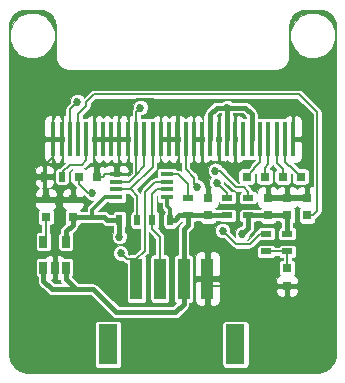
<source format=gbl>
%TF.GenerationSoftware,KiCad,Pcbnew,4.0.7*%
%TF.CreationDate,2018-07-15T21:30:02+02:00*%
%TF.ProjectId,OLEDModule,4F4C45444D6F64756C652E6B69636164,rev?*%
%TF.FileFunction,Copper,L2,Bot,Signal*%
%FSLAX46Y46*%
G04 Gerber Fmt 4.6, Leading zero omitted, Abs format (unit mm)*
G04 Created by KiCad (PCBNEW 4.0.7) date 07/15/18 21:30:02*
%MOMM*%
%LPD*%
G01*
G04 APERTURE LIST*
%ADD10C,0.100000*%
%ADD11R,0.400000X3.000000*%
%ADD12R,1.000000X3.500000*%
%ADD13R,1.600000X3.400000*%
%ADD14R,0.650000X1.060000*%
%ADD15R,1.100000X0.400000*%
%ADD16R,0.750000X0.800000*%
%ADD17R,0.800000X0.750000*%
%ADD18R,0.500000X0.900000*%
%ADD19R,0.900000X0.500000*%
%ADD20C,0.685800*%
%ADD21C,0.200000*%
%ADD22C,0.152400*%
%ADD23C,0.400000*%
%ADD24C,0.300000*%
G04 APERTURE END LIST*
D10*
D11*
X24247000Y-7747000D03*
X23547000Y-7747000D03*
X22847000Y-7747000D03*
X22147000Y-7747000D03*
X21447000Y-7747000D03*
X20047000Y-7747000D03*
X19347000Y-7747000D03*
X18647000Y-7747000D03*
X17947000Y-7747000D03*
X17247000Y-7747000D03*
X16547000Y-7747000D03*
X15847000Y-7747000D03*
X15147000Y-7747000D03*
X14447000Y-7747000D03*
X13747000Y-7747000D03*
X13047000Y-7747000D03*
X12347000Y-7747000D03*
X11647000Y-7747000D03*
X10947000Y-7747000D03*
X10247000Y-7747000D03*
X9547000Y-7747000D03*
X8847000Y-7747000D03*
X8147000Y-7747000D03*
X7447000Y-7747000D03*
X6747000Y-7747000D03*
X6047000Y-7747000D03*
X5347000Y-7747000D03*
X4647000Y-7747000D03*
X3947000Y-7747000D03*
X20747000Y-7747000D03*
D12*
X16970000Y-19577000D03*
X14970000Y-19577000D03*
X12970000Y-19577000D03*
X10970000Y-19577000D03*
D13*
X19370000Y-25127000D03*
X8570000Y-25127000D03*
D14*
X5014000Y-18626000D03*
X4064000Y-18626000D03*
X3114000Y-18626000D03*
X3114000Y-16426000D03*
X5014000Y-16426000D03*
D15*
X9280000Y-12659000D03*
X9280000Y-12009000D03*
X9280000Y-11359000D03*
X9280000Y-10709000D03*
X13580000Y-10709000D03*
X13580000Y-11359000D03*
X13580000Y-12009000D03*
X13580000Y-12659000D03*
D16*
X17018000Y-12712000D03*
X17018000Y-14212000D03*
X3302000Y-12839000D03*
X3302000Y-14339000D03*
X5588000Y-12839000D03*
X5588000Y-14339000D03*
X23749000Y-20181000D03*
X23749000Y-18681000D03*
X22098000Y-14212000D03*
X22098000Y-12712000D03*
X23749000Y-14212000D03*
X23749000Y-12712000D03*
X25400000Y-14212000D03*
X25400000Y-12712000D03*
D17*
X24880000Y-10922000D03*
X23380000Y-10922000D03*
X21832000Y-10922000D03*
X20332000Y-10922000D03*
X6108000Y-10922000D03*
X7608000Y-10922000D03*
D18*
X13831000Y-14605000D03*
X12331000Y-14605000D03*
D19*
X18669000Y-14212000D03*
X18669000Y-12712000D03*
X15367000Y-14212000D03*
X15367000Y-12712000D03*
X23749000Y-17260000D03*
X23749000Y-15760000D03*
D18*
X9537000Y-14605000D03*
X11037000Y-14605000D03*
D19*
X21971000Y-15760000D03*
X21971000Y-17260000D03*
X20447000Y-14212000D03*
X20447000Y-12712000D03*
D18*
X4687000Y-10922000D03*
X3187000Y-10922000D03*
D20*
X4191000Y-5080000D03*
X7493000Y-5080000D03*
X9525000Y-16002000D03*
X19939000Y-15748000D03*
X18669000Y-5080000D03*
X5969000Y-4572000D03*
X7239000Y-12319000D03*
X16129000Y-11811000D03*
X18288000Y-15494000D03*
X11303000Y-5080000D03*
X17653000Y-10414000D03*
X17780000Y-11430000D03*
X9652000Y-17399000D03*
D21*
X17947000Y-7747000D02*
X17947000Y-9652000D01*
X17947000Y-9652000D02*
X17970500Y-9652000D01*
D22*
X16547000Y-7747000D02*
X16547000Y-9816000D01*
X19431000Y-10033000D02*
X19431000Y-7831000D01*
X19177000Y-10287000D02*
X19431000Y-10033000D01*
X19050000Y-10287000D02*
X19177000Y-10287000D01*
X18415000Y-9652000D02*
X19050000Y-10287000D01*
X17399000Y-9652000D02*
X17970500Y-9652000D01*
X17970500Y-9652000D02*
X18415000Y-9652000D01*
X17145000Y-9906000D02*
X17399000Y-9652000D01*
X16637000Y-9906000D02*
X17145000Y-9906000D01*
X16547000Y-9816000D02*
X16637000Y-9906000D01*
X19431000Y-7831000D02*
X19347000Y-7747000D01*
X7447000Y-7747000D02*
X7447000Y-5034000D01*
X3947000Y-5324000D02*
X3947000Y-7747000D01*
X4191000Y-5080000D02*
X3947000Y-5324000D01*
X7447000Y-5034000D02*
X7493000Y-5080000D01*
X13047000Y-7747000D02*
X13047000Y-5046000D01*
X9547000Y-5820000D02*
X9547000Y-7747000D01*
X11023598Y-4343402D02*
X9547000Y-5820000D01*
X12344402Y-4343402D02*
X11023598Y-4343402D01*
X13047000Y-5046000D02*
X12344402Y-4343402D01*
X15847000Y-7747000D02*
X15847000Y-5306000D01*
X14447000Y-5365000D02*
X14447000Y-7747000D01*
X14859000Y-4953000D02*
X14447000Y-5365000D01*
X15494000Y-4953000D02*
X14859000Y-4953000D01*
X15847000Y-5306000D02*
X15494000Y-4953000D01*
X15847000Y-7747000D02*
X16547000Y-7747000D01*
X13747000Y-7747000D02*
X14447000Y-7747000D01*
X13047000Y-7747000D02*
X13747000Y-7747000D01*
X3947000Y-7747000D02*
X4647000Y-7747000D01*
X8147000Y-7747000D02*
X7447000Y-7747000D01*
X8847000Y-7747000D02*
X8147000Y-7747000D01*
X9547000Y-7747000D02*
X8847000Y-7747000D01*
X10247000Y-7747000D02*
X9547000Y-7747000D01*
X9280000Y-10709000D02*
X9280000Y-10024000D01*
X9280000Y-10024000D02*
X9547000Y-9757000D01*
X9547000Y-9757000D02*
X9547000Y-7747000D01*
X17018000Y-12712000D02*
X17018000Y-11303000D01*
X15847000Y-10132000D02*
X15847000Y-7747000D01*
X17018000Y-11303000D02*
X15847000Y-10132000D01*
X7608000Y-10922000D02*
X8128000Y-10922000D01*
X8341000Y-10709000D02*
X9280000Y-10709000D01*
X8128000Y-10922000D02*
X8341000Y-10709000D01*
X3187000Y-10922000D02*
X3187000Y-12724000D01*
X3187000Y-12724000D02*
X3302000Y-12839000D01*
X3302000Y-12839000D02*
X5588000Y-12839000D01*
X4064000Y-18626000D02*
X4064000Y-15621000D01*
X3822000Y-12839000D02*
X3302000Y-12839000D01*
X4445000Y-13462000D02*
X3822000Y-12839000D01*
X4445000Y-15240000D02*
X4445000Y-13462000D01*
X4064000Y-15621000D02*
X4445000Y-15240000D01*
X23749000Y-20181000D02*
X17260000Y-20181000D01*
X16970000Y-19891000D02*
X16970000Y-17926000D01*
X17260000Y-20181000D02*
X16970000Y-19891000D01*
X23749000Y-12712000D02*
X22098000Y-12712000D01*
X23749000Y-12712000D02*
X25400000Y-12712000D01*
X3947000Y-7747000D02*
X3947000Y-9261000D01*
X3947000Y-9261000D02*
X3187000Y-10021000D01*
X3187000Y-10021000D02*
X3187000Y-10922000D01*
D23*
X5969000Y-20447000D02*
X7302500Y-20447000D01*
X14970000Y-21733000D02*
X14970000Y-19577000D01*
X14287500Y-22415500D02*
X14970000Y-21733000D01*
X9271000Y-22415500D02*
X14287500Y-22415500D01*
X7302500Y-20447000D02*
X9271000Y-22415500D01*
X14970000Y-17926000D02*
X14970000Y-15383000D01*
X14970000Y-15383000D02*
X15367000Y-14986000D01*
X15367000Y-14986000D02*
X15367000Y-14212000D01*
D24*
X13580000Y-12659000D02*
X13580000Y-13453000D01*
X13831000Y-13704000D02*
X13831000Y-14605000D01*
X13580000Y-13453000D02*
X13831000Y-13704000D01*
D23*
X3114000Y-18626000D02*
X3114000Y-19751000D01*
X3810000Y-20447000D02*
X5969000Y-20447000D01*
X3114000Y-19751000D02*
X3810000Y-20447000D01*
D22*
X14970000Y-17926000D02*
X14970000Y-19701000D01*
D23*
X5014000Y-19619000D02*
X5014000Y-18626000D01*
X5842000Y-20447000D02*
X5014000Y-19619000D01*
D22*
X5969000Y-20447000D02*
X5842000Y-20447000D01*
D23*
X13831000Y-14605000D02*
X14224000Y-14605000D01*
X14617000Y-14212000D02*
X15367000Y-14212000D01*
X14224000Y-14605000D02*
X14617000Y-14212000D01*
X17018000Y-14212000D02*
X15367000Y-14212000D01*
X18669000Y-14212000D02*
X17018000Y-14212000D01*
D22*
X3302000Y-14339000D02*
X3302000Y-16238000D01*
X3302000Y-16238000D02*
X3114000Y-16426000D01*
D24*
X9280000Y-12659000D02*
X8296000Y-12659000D01*
X7239000Y-13716000D02*
X7239000Y-14339000D01*
X8296000Y-12659000D02*
X7239000Y-13716000D01*
D23*
X18669000Y-5080000D02*
X17780000Y-5080000D01*
X17247000Y-5613000D02*
X17247000Y-7747000D01*
X17780000Y-5080000D02*
X17247000Y-5613000D01*
X9537000Y-14605000D02*
X9537000Y-15887000D01*
D22*
X9525000Y-15899000D02*
X9525000Y-16002000D01*
X9537000Y-15887000D02*
X9525000Y-15899000D01*
D23*
X18669000Y-5080000D02*
X20193000Y-5080000D01*
X20747000Y-5634000D02*
X20747000Y-7747000D01*
X20193000Y-5080000D02*
X20747000Y-5634000D01*
X18669000Y-5080000D02*
X18669000Y-7725000D01*
D22*
X18669000Y-7725000D02*
X18647000Y-7747000D01*
D23*
X20447000Y-14212000D02*
X20447000Y-15240000D01*
X20447000Y-15240000D02*
X19939000Y-15748000D01*
X5588000Y-14339000D02*
X7239000Y-14339000D01*
X7239000Y-14339000D02*
X8243000Y-14339000D01*
X8509000Y-14605000D02*
X9537000Y-14605000D01*
X8243000Y-14339000D02*
X8509000Y-14605000D01*
X5014000Y-16426000D02*
X5014000Y-15560000D01*
X5588000Y-14986000D02*
X5588000Y-14339000D01*
X5014000Y-15560000D02*
X5588000Y-14986000D01*
X23749000Y-14212000D02*
X23749000Y-15760000D01*
X22098000Y-14212000D02*
X20447000Y-14212000D01*
X23749000Y-14212000D02*
X22098000Y-14212000D01*
D22*
X21971000Y-17260000D02*
X23749000Y-17260000D01*
X23749000Y-17260000D02*
X23749000Y-18681000D01*
X25400000Y-14212000D02*
X25920000Y-14212000D01*
X6047000Y-5637000D02*
X6047000Y-7747000D01*
X6731000Y-4953000D02*
X6047000Y-5637000D01*
X6731000Y-4572000D02*
X6731000Y-4953000D01*
X7366000Y-3937000D02*
X6731000Y-4572000D01*
X24765000Y-3937000D02*
X7366000Y-3937000D01*
X26289000Y-5461000D02*
X24765000Y-3937000D01*
X26289000Y-13843000D02*
X26289000Y-5461000D01*
X25920000Y-14212000D02*
X26289000Y-13843000D01*
X23547000Y-7747000D02*
X23547000Y-9704000D01*
X23991000Y-10033000D02*
X24880000Y-10922000D01*
X23876000Y-10033000D02*
X23991000Y-10033000D01*
X23547000Y-9704000D02*
X23876000Y-10033000D01*
X23380000Y-10922000D02*
X23380000Y-10299000D01*
X22847000Y-9766000D02*
X22847000Y-7747000D01*
X23380000Y-10299000D02*
X22847000Y-9766000D01*
X21832000Y-10922000D02*
X21832000Y-10172000D01*
X22147000Y-9857000D02*
X22147000Y-7747000D01*
X21832000Y-10172000D02*
X22147000Y-9857000D01*
X21447000Y-7747000D02*
X21447000Y-9668000D01*
X20955000Y-10299000D02*
X20332000Y-10922000D01*
X20955000Y-10160000D02*
X20955000Y-10299000D01*
X21447000Y-9668000D02*
X20955000Y-10160000D01*
X6108000Y-10922000D02*
X6108000Y-11569000D01*
X5347000Y-5194000D02*
X5347000Y-7747000D01*
X5969000Y-4572000D02*
X5347000Y-5194000D01*
X6858000Y-12319000D02*
X7239000Y-12319000D01*
X6108000Y-11569000D02*
X6858000Y-12319000D01*
X21971000Y-15760000D02*
X21451000Y-15760000D01*
X15147000Y-10321000D02*
X15147000Y-7747000D01*
X15841630Y-11015630D02*
X15147000Y-10321000D01*
X15841630Y-11523630D02*
X15841630Y-11015630D01*
X16129000Y-11811000D02*
X15841630Y-11523630D01*
X19431000Y-16637000D02*
X18288000Y-15494000D01*
X20574000Y-16637000D02*
X19431000Y-16637000D01*
X21451000Y-15760000D02*
X20574000Y-16637000D01*
X9280000Y-12009000D02*
X10470000Y-12009000D01*
X12347000Y-10132000D02*
X12347000Y-7747000D01*
X10470000Y-12009000D02*
X12347000Y-10132000D01*
X11037000Y-14605000D02*
X11037000Y-12561000D01*
X10485000Y-12009000D02*
X9280000Y-12009000D01*
X11037000Y-12561000D02*
X10485000Y-12009000D01*
X20447000Y-12712000D02*
X20447000Y-12192000D01*
X10947000Y-5436000D02*
X10947000Y-7747000D01*
X11303000Y-5080000D02*
X10947000Y-5436000D01*
X18034000Y-10414000D02*
X17653000Y-10414000D01*
X19431000Y-11811000D02*
X18034000Y-10414000D01*
X20066000Y-11811000D02*
X19431000Y-11811000D01*
X20447000Y-12192000D02*
X20066000Y-11811000D01*
X11647000Y-7747000D02*
X11647000Y-10070000D01*
X11647000Y-10070000D02*
X10947000Y-10770000D01*
X9280000Y-11359000D02*
X10358000Y-11359000D01*
X10947000Y-10770000D02*
X10947000Y-7747000D01*
X10358000Y-11359000D02*
X10947000Y-10770000D01*
X4687000Y-10922000D02*
X4687000Y-10553000D01*
X4687000Y-10553000D02*
X5334000Y-9906000D01*
X5334000Y-9906000D02*
X6350000Y-9906000D01*
X6350000Y-9906000D02*
X6747000Y-9509000D01*
X6747000Y-9509000D02*
X6747000Y-7747000D01*
X12331000Y-14605000D02*
X12331000Y-15379000D01*
X12331000Y-15379000D02*
X12970000Y-16018000D01*
X12970000Y-16018000D02*
X12970000Y-17926000D01*
X13580000Y-12009000D02*
X12756000Y-12009000D01*
X12331000Y-12434000D02*
X12331000Y-14605000D01*
X12756000Y-12009000D02*
X12331000Y-12434000D01*
X18669000Y-12712000D02*
X18669000Y-12319000D01*
X18669000Y-12319000D02*
X17780000Y-11430000D01*
X9652000Y-17399000D02*
X10179000Y-17926000D01*
X10179000Y-17926000D02*
X10970000Y-17926000D01*
X13580000Y-11359000D02*
X12517000Y-11359000D01*
X12517000Y-11359000D02*
X11684000Y-12192000D01*
X11684000Y-12192000D02*
X11684000Y-17212000D01*
X11684000Y-17212000D02*
X10970000Y-17926000D01*
X13580000Y-10709000D02*
X14519000Y-10709000D01*
X15367000Y-11557000D02*
X15367000Y-12712000D01*
X14519000Y-10709000D02*
X15367000Y-11557000D01*
D10*
G36*
X2534876Y3216463D02*
X2616365Y3215684D01*
X2707731Y3212731D01*
X2807278Y3206200D01*
X2912673Y3194769D01*
X3021503Y3177200D01*
X3131214Y3152406D01*
X3239286Y3119478D01*
X3344050Y3077421D01*
X3446089Y3024726D01*
X3545965Y2961064D01*
X3642256Y2887373D01*
X3733258Y2804960D01*
X3817337Y2715307D01*
X3893001Y2620004D01*
X3958903Y2520741D01*
X4013959Y2419135D01*
X4058176Y2315052D01*
X4092948Y2207608D01*
X4119401Y2098053D01*
X4138423Y1988825D01*
X4151065Y1882477D01*
X4158529Y1781505D01*
X4162130Y1688207D01*
X4163253Y1604466D01*
X4163334Y1532582D01*
X4163334Y-659488D01*
X4163335Y-659493D01*
X4163334Y-659498D01*
X4163335Y-690441D01*
X4163504Y-691289D01*
X4163340Y-692138D01*
X4163557Y-730269D01*
X4164156Y-733194D01*
X4163648Y-736135D01*
X4164776Y-780797D01*
X4165802Y-785351D01*
X4165148Y-789976D01*
X4167949Y-840055D01*
X4169474Y-845973D01*
X4168862Y-852051D01*
X4174097Y-906427D01*
X4176267Y-913638D01*
X4175884Y-921163D01*
X4184316Y-978720D01*
X4187346Y-987236D01*
X4187423Y-996275D01*
X4199813Y-1055896D01*
X4203991Y-1065744D01*
X4204835Y-1076409D01*
X4221944Y-1136976D01*
X4227643Y-1148150D01*
X4229661Y-1160527D01*
X4252252Y-1220922D01*
X4259745Y-1233027D01*
X4263343Y-1246801D01*
X4292052Y-1305957D01*
X4300512Y-1317127D01*
X4305289Y-1330302D01*
X4339899Y-1387490D01*
X4348793Y-1397219D01*
X4354343Y-1409171D01*
X4394269Y-1463806D01*
X4403578Y-1472363D01*
X4409838Y-1483346D01*
X4454499Y-1534846D01*
X4464293Y-1542448D01*
X4471291Y-1552683D01*
X4520104Y-1600463D01*
X4530515Y-1607260D01*
X4538352Y-1616918D01*
X4590731Y-1660394D01*
X4601946Y-1666469D01*
X4610786Y-1675664D01*
X4666147Y-1714253D01*
X4678396Y-1719612D01*
X4688476Y-1728398D01*
X4746237Y-1761516D01*
X4759733Y-1766052D01*
X4771292Y-1774358D01*
X4830860Y-1801442D01*
X4844404Y-1804619D01*
X4856393Y-1811665D01*
X4916941Y-1832744D01*
X4928866Y-1834408D01*
X4939698Y-1839668D01*
X5000125Y-1855465D01*
X5010351Y-1856073D01*
X5019848Y-1859917D01*
X5079035Y-1871195D01*
X5087665Y-1871125D01*
X5095835Y-1873905D01*
X5152666Y-1881425D01*
X5159806Y-1880962D01*
X5166675Y-1882944D01*
X5220031Y-1887468D01*
X5225740Y-1886827D01*
X5231317Y-1888211D01*
X5280083Y-1890499D01*
X5284299Y-1889864D01*
X5288465Y-1890775D01*
X5331523Y-1891590D01*
X5333935Y-1891158D01*
X5336339Y-1891643D01*
X5372572Y-1891747D01*
X5373003Y-1891663D01*
X5373433Y-1891748D01*
X22702024Y-1891748D01*
X22702454Y-1891663D01*
X22702885Y-1891747D01*
X22739117Y-1891643D01*
X22741522Y-1891157D01*
X22743934Y-1891590D01*
X22786991Y-1890775D01*
X22791157Y-1889864D01*
X22795373Y-1890499D01*
X22844139Y-1888211D01*
X22849715Y-1886827D01*
X22855424Y-1887468D01*
X22908781Y-1882944D01*
X22915650Y-1880962D01*
X22922790Y-1881425D01*
X22979620Y-1873905D01*
X22987791Y-1871125D01*
X22996420Y-1871195D01*
X23055608Y-1859917D01*
X23065105Y-1856073D01*
X23075332Y-1855465D01*
X23135759Y-1839668D01*
X23146590Y-1834408D01*
X23158517Y-1832744D01*
X23219065Y-1811665D01*
X23231056Y-1804617D01*
X23244594Y-1801442D01*
X23304164Y-1774359D01*
X23315726Y-1766051D01*
X23329222Y-1761515D01*
X23386982Y-1728397D01*
X23397060Y-1719612D01*
X23409307Y-1714254D01*
X23464669Y-1675665D01*
X23473511Y-1666469D01*
X23484728Y-1660392D01*
X23537106Y-1616916D01*
X23544940Y-1607261D01*
X23555353Y-1600463D01*
X23604165Y-1552683D01*
X23611163Y-1542448D01*
X23620957Y-1534846D01*
X23665619Y-1483346D01*
X23671880Y-1472362D01*
X23681184Y-1463809D01*
X23721112Y-1409174D01*
X23726664Y-1397219D01*
X23735558Y-1387490D01*
X23770167Y-1330303D01*
X23774945Y-1317129D01*
X23783405Y-1305957D01*
X23812114Y-1246801D01*
X23815712Y-1233027D01*
X23823207Y-1220918D01*
X23845797Y-1160522D01*
X23847814Y-1148147D01*
X23853512Y-1136976D01*
X23870620Y-1076409D01*
X23871464Y-1065747D01*
X23875643Y-1055896D01*
X23888033Y-996274D01*
X23888110Y-987236D01*
X23891140Y-978720D01*
X23899572Y-921164D01*
X23899189Y-913643D01*
X23901359Y-906433D01*
X23906595Y-852056D01*
X23905983Y-845974D01*
X23907508Y-840055D01*
X23910309Y-789977D01*
X23909655Y-785351D01*
X23910681Y-780797D01*
X23911809Y-736136D01*
X23911300Y-733190D01*
X23911900Y-730260D01*
X23912116Y-692130D01*
X23911953Y-691286D01*
X23912121Y-690441D01*
X23912122Y-659498D01*
X23912121Y-659493D01*
X23912122Y-659488D01*
X23912122Y638932D01*
X24003670Y638932D01*
X24292926Y-61121D01*
X24828062Y-597192D01*
X25527609Y-887669D01*
X26285068Y-888330D01*
X26985121Y-599074D01*
X27521192Y-63938D01*
X27811669Y635609D01*
X27812330Y1393068D01*
X27523074Y2093121D01*
X26987938Y2629192D01*
X26288391Y2919669D01*
X25530932Y2920330D01*
X24830879Y2631074D01*
X24294808Y2095938D01*
X24004331Y1396391D01*
X24003670Y638932D01*
X23912122Y638932D01*
X23912122Y1532582D01*
X23912204Y1604469D01*
X23913326Y1688206D01*
X23916928Y1781526D01*
X23924390Y1882458D01*
X23937035Y1988828D01*
X23956056Y2098053D01*
X23982510Y2207611D01*
X24017281Y2315052D01*
X24061498Y2419135D01*
X24116553Y2520739D01*
X24182458Y2620007D01*
X24258119Y2715307D01*
X24342193Y2804955D01*
X24433192Y2887366D01*
X24529493Y2961065D01*
X24629376Y3024730D01*
X24731405Y3077421D01*
X24836170Y3119478D01*
X24944243Y3152406D01*
X25053955Y3177201D01*
X25162778Y3194768D01*
X25268180Y3206201D01*
X25367726Y3212731D01*
X25459091Y3215684D01*
X25540580Y3216463D01*
X25609780Y3216489D01*
X26197559Y3216489D01*
X26266081Y3216470D01*
X26347004Y3215761D01*
X26437928Y3212948D01*
X26537120Y3206626D01*
X26642303Y3195462D01*
X26751007Y3178226D01*
X26860721Y3153813D01*
X26968944Y3121300D01*
X27073876Y3079726D01*
X27176013Y3027578D01*
X27276024Y2964438D01*
X27372535Y2891208D01*
X27463831Y2809195D01*
X27548289Y2719859D01*
X27624400Y2624794D01*
X27690808Y2525688D01*
X27746408Y2424182D01*
X27791133Y2320251D01*
X27826338Y2212957D01*
X27853181Y2103455D01*
X27872545Y1994154D01*
X27885475Y1887592D01*
X27893162Y1786323D01*
X27896921Y1692592D01*
X27898133Y1608346D01*
X27898233Y1535424D01*
X27898233Y-25564719D01*
X27898017Y-25653123D01*
X27896194Y-25755272D01*
X27891051Y-25868771D01*
X27880918Y-25991312D01*
X27864224Y-26119981D01*
X27839492Y-26251952D01*
X27805427Y-26384188D01*
X27760876Y-26513906D01*
X27704249Y-26640030D01*
X27634373Y-26763173D01*
X27551730Y-26882809D01*
X27457726Y-26997003D01*
X27353983Y-27103842D01*
X27242229Y-27201550D01*
X27124323Y-27288472D01*
X27002238Y-27363091D01*
X26877290Y-27424455D01*
X26748897Y-27473124D01*
X26617253Y-27510848D01*
X26484866Y-27538800D01*
X26354646Y-27558235D01*
X26229577Y-27570556D01*
X26112525Y-27577309D01*
X26005997Y-27580135D01*
X25912256Y-27580729D01*
X25831563Y-27580733D01*
X2241068Y-27580733D01*
X2163200Y-27580729D01*
X2069460Y-27580135D01*
X1962932Y-27577309D01*
X1845879Y-27570556D01*
X1720811Y-27558235D01*
X1590590Y-27538800D01*
X1458208Y-27510849D01*
X1326563Y-27473125D01*
X1198168Y-27424456D01*
X1073211Y-27363086D01*
X951140Y-27288476D01*
X833237Y-27201559D01*
X721480Y-27103848D01*
X617730Y-26997002D01*
X523725Y-26882806D01*
X441084Y-26763174D01*
X371206Y-26640026D01*
X314581Y-26513910D01*
X270029Y-26384188D01*
X235965Y-26251952D01*
X211231Y-26119975D01*
X194538Y-25991312D01*
X184405Y-25868772D01*
X179262Y-25755272D01*
X177440Y-25653127D01*
X177223Y-25564713D01*
X177223Y-23427000D01*
X7460045Y-23427000D01*
X7460045Y-26827000D01*
X7481243Y-26939655D01*
X7547822Y-27043123D01*
X7649410Y-27112535D01*
X7770000Y-27136955D01*
X9370000Y-27136955D01*
X9482655Y-27115757D01*
X9586123Y-27049178D01*
X9655535Y-26947590D01*
X9679955Y-26827000D01*
X9679955Y-23427000D01*
X18260045Y-23427000D01*
X18260045Y-26827000D01*
X18281243Y-26939655D01*
X18347822Y-27043123D01*
X18449410Y-27112535D01*
X18570000Y-27136955D01*
X20170000Y-27136955D01*
X20282655Y-27115757D01*
X20386123Y-27049178D01*
X20455535Y-26947590D01*
X20479955Y-26827000D01*
X20479955Y-23427000D01*
X20458757Y-23314345D01*
X20392178Y-23210877D01*
X20290590Y-23141465D01*
X20170000Y-23117045D01*
X18570000Y-23117045D01*
X18457345Y-23138243D01*
X18353877Y-23204822D01*
X18284465Y-23306410D01*
X18260045Y-23427000D01*
X9679955Y-23427000D01*
X9658757Y-23314345D01*
X9592178Y-23210877D01*
X9490590Y-23141465D01*
X9370000Y-23117045D01*
X7770000Y-23117045D01*
X7657345Y-23138243D01*
X7553877Y-23204822D01*
X7484465Y-23306410D01*
X7460045Y-23427000D01*
X177223Y-23427000D01*
X177223Y-18096000D01*
X2479045Y-18096000D01*
X2479045Y-19156000D01*
X2500243Y-19268655D01*
X2566822Y-19372123D01*
X2610000Y-19401625D01*
X2610000Y-19751000D01*
X2648365Y-19943873D01*
X2757618Y-20107382D01*
X3453618Y-20803382D01*
X3617128Y-20912635D01*
X3810000Y-20951001D01*
X3810005Y-20951000D01*
X7093736Y-20951000D01*
X8914618Y-22771882D01*
X9078128Y-22881135D01*
X9271000Y-22919500D01*
X14287500Y-22919500D01*
X14480373Y-22881135D01*
X14643882Y-22771882D01*
X15326382Y-22089382D01*
X15435635Y-21925872D01*
X15474000Y-21733000D01*
X15474000Y-21636202D01*
X15582655Y-21615757D01*
X15686123Y-21549178D01*
X15755535Y-21447590D01*
X15779955Y-21327000D01*
X15779955Y-19920500D01*
X15912000Y-19920500D01*
X15912000Y-21437993D01*
X15996951Y-21643082D01*
X16153918Y-21800050D01*
X16359007Y-21885000D01*
X16626500Y-21885000D01*
X16766000Y-21745500D01*
X16766000Y-19781000D01*
X17174000Y-19781000D01*
X17174000Y-21745500D01*
X17313500Y-21885000D01*
X17580993Y-21885000D01*
X17786082Y-21800050D01*
X17943049Y-21643082D01*
X18028000Y-21437993D01*
X18028000Y-20520500D01*
X22816000Y-20520500D01*
X22816000Y-20691993D01*
X22900950Y-20897082D01*
X23057918Y-21054049D01*
X23263007Y-21139000D01*
X23422000Y-21139000D01*
X23561500Y-20999500D01*
X23561500Y-20381000D01*
X23936500Y-20381000D01*
X23936500Y-20999500D01*
X24076000Y-21139000D01*
X24234993Y-21139000D01*
X24440082Y-21054049D01*
X24597050Y-20897082D01*
X24682000Y-20691993D01*
X24682000Y-20520500D01*
X24542500Y-20381000D01*
X23936500Y-20381000D01*
X23561500Y-20381000D01*
X22955500Y-20381000D01*
X22816000Y-20520500D01*
X18028000Y-20520500D01*
X18028000Y-19920500D01*
X17888500Y-19781000D01*
X17174000Y-19781000D01*
X16766000Y-19781000D01*
X16051500Y-19781000D01*
X15912000Y-19920500D01*
X15779955Y-19920500D01*
X15779955Y-17827000D01*
X15759070Y-17716007D01*
X15912000Y-17716007D01*
X15912000Y-19233500D01*
X16051500Y-19373000D01*
X16766000Y-19373000D01*
X16766000Y-17408500D01*
X17174000Y-17408500D01*
X17174000Y-19373000D01*
X17888500Y-19373000D01*
X18028000Y-19233500D01*
X18028000Y-17716007D01*
X17943049Y-17510918D01*
X17786082Y-17353950D01*
X17580993Y-17269000D01*
X17313500Y-17269000D01*
X17174000Y-17408500D01*
X16766000Y-17408500D01*
X16626500Y-17269000D01*
X16359007Y-17269000D01*
X16153918Y-17353950D01*
X15996951Y-17510918D01*
X15912000Y-17716007D01*
X15759070Y-17716007D01*
X15758757Y-17714345D01*
X15692178Y-17610877D01*
X15590590Y-17541465D01*
X15474000Y-17517855D01*
X15474000Y-15591764D01*
X15723382Y-15342382D01*
X15832635Y-15178872D01*
X15871000Y-14986000D01*
X15871000Y-14761794D01*
X15929655Y-14750757D01*
X15983670Y-14716000D01*
X16352614Y-14716000D01*
X16354243Y-14724655D01*
X16420822Y-14828123D01*
X16522410Y-14897535D01*
X16643000Y-14921955D01*
X17393000Y-14921955D01*
X17505655Y-14900757D01*
X17609123Y-14834178D01*
X17678535Y-14732590D01*
X17681895Y-14716000D01*
X18052257Y-14716000D01*
X18098410Y-14747535D01*
X18219000Y-14771955D01*
X19119000Y-14771955D01*
X19231655Y-14750757D01*
X19335123Y-14684178D01*
X19404535Y-14582590D01*
X19428955Y-14462000D01*
X19428955Y-13962000D01*
X19407757Y-13849345D01*
X19341178Y-13745877D01*
X19239590Y-13676465D01*
X19119000Y-13652045D01*
X18219000Y-13652045D01*
X18106345Y-13673243D01*
X18052330Y-13708000D01*
X17683386Y-13708000D01*
X17681757Y-13699345D01*
X17629438Y-13618039D01*
X17709082Y-13585049D01*
X17866050Y-13428082D01*
X17951000Y-13222993D01*
X17951000Y-13106913D01*
X17996822Y-13178123D01*
X18098410Y-13247535D01*
X18219000Y-13271955D01*
X19119000Y-13271955D01*
X19231655Y-13250757D01*
X19335123Y-13184178D01*
X19404535Y-13082590D01*
X19428955Y-12962000D01*
X19428955Y-12462000D01*
X19407757Y-12349345D01*
X19341178Y-12245877D01*
X19239590Y-12176465D01*
X19119000Y-12152045D01*
X19005921Y-12152045D01*
X18937842Y-12050158D01*
X18426806Y-11539122D01*
X18426976Y-11344660D01*
X19162158Y-12079842D01*
X19285503Y-12162259D01*
X19431000Y-12191200D01*
X19856439Y-12191200D01*
X19780877Y-12239822D01*
X19711465Y-12341410D01*
X19687045Y-12462000D01*
X19687045Y-12962000D01*
X19708243Y-13074655D01*
X19774822Y-13178123D01*
X19876410Y-13247535D01*
X19997000Y-13271955D01*
X20897000Y-13271955D01*
X21009655Y-13250757D01*
X21113123Y-13184178D01*
X21165000Y-13108253D01*
X21165000Y-13222993D01*
X21249950Y-13428082D01*
X21406918Y-13585049D01*
X21487369Y-13618373D01*
X21437465Y-13691410D01*
X21434105Y-13708000D01*
X21063743Y-13708000D01*
X21017590Y-13676465D01*
X20897000Y-13652045D01*
X19997000Y-13652045D01*
X19884345Y-13673243D01*
X19780877Y-13739822D01*
X19711465Y-13841410D01*
X19687045Y-13962000D01*
X19687045Y-14462000D01*
X19708243Y-14574655D01*
X19774822Y-14678123D01*
X19876410Y-14747535D01*
X19943000Y-14761020D01*
X19943000Y-15031237D01*
X19873195Y-15101041D01*
X19810888Y-15100987D01*
X19573039Y-15199265D01*
X19390904Y-15381082D01*
X19292212Y-15618759D01*
X19291987Y-15876112D01*
X19351270Y-16019586D01*
X18934806Y-15603122D01*
X18935013Y-15365888D01*
X18836735Y-15128039D01*
X18654918Y-14945904D01*
X18417241Y-14847212D01*
X18159888Y-14846987D01*
X17922039Y-14945265D01*
X17739904Y-15127082D01*
X17641212Y-15364759D01*
X17640987Y-15622112D01*
X17739265Y-15859961D01*
X17921082Y-16042096D01*
X18158759Y-16140788D01*
X18397313Y-16140997D01*
X19162158Y-16905842D01*
X19285504Y-16988259D01*
X19431000Y-17017200D01*
X20574000Y-17017200D01*
X20610196Y-17010000D01*
X21211045Y-17010000D01*
X21211045Y-17510000D01*
X21232243Y-17622655D01*
X21298822Y-17726123D01*
X21400410Y-17795535D01*
X21521000Y-17819955D01*
X22421000Y-17819955D01*
X22533655Y-17798757D01*
X22637123Y-17732178D01*
X22699969Y-17640200D01*
X23021533Y-17640200D01*
X23076822Y-17726123D01*
X23178410Y-17795535D01*
X23299000Y-17819955D01*
X23368800Y-17819955D01*
X23368800Y-17972023D01*
X23261345Y-17992243D01*
X23157877Y-18058822D01*
X23088465Y-18160410D01*
X23064045Y-18281000D01*
X23064045Y-19081000D01*
X23085243Y-19193655D01*
X23137562Y-19274961D01*
X23057918Y-19307951D01*
X22900950Y-19464918D01*
X22816000Y-19670007D01*
X22816000Y-19841500D01*
X22955500Y-19981000D01*
X23561500Y-19981000D01*
X23561500Y-19957000D01*
X23936500Y-19957000D01*
X23936500Y-19981000D01*
X24542500Y-19981000D01*
X24682000Y-19841500D01*
X24682000Y-19670007D01*
X24597050Y-19464918D01*
X24440082Y-19307951D01*
X24359631Y-19274627D01*
X24409535Y-19201590D01*
X24433955Y-19081000D01*
X24433955Y-18281000D01*
X24412757Y-18168345D01*
X24346178Y-18064877D01*
X24244590Y-17995465D01*
X24129200Y-17972098D01*
X24129200Y-17819955D01*
X24199000Y-17819955D01*
X24311655Y-17798757D01*
X24415123Y-17732178D01*
X24484535Y-17630590D01*
X24508955Y-17510000D01*
X24508955Y-17010000D01*
X24487757Y-16897345D01*
X24421178Y-16793877D01*
X24319590Y-16724465D01*
X24199000Y-16700045D01*
X23299000Y-16700045D01*
X23186345Y-16721243D01*
X23082877Y-16787822D01*
X23020031Y-16879800D01*
X22698467Y-16879800D01*
X22643178Y-16793877D01*
X22541590Y-16724465D01*
X22421000Y-16700045D01*
X21521000Y-16700045D01*
X21408345Y-16721243D01*
X21304877Y-16787822D01*
X21235465Y-16889410D01*
X21211045Y-17010000D01*
X20610196Y-17010000D01*
X20719496Y-16988259D01*
X20842842Y-16905842D01*
X21444268Y-16304416D01*
X21521000Y-16319955D01*
X22421000Y-16319955D01*
X22533655Y-16298757D01*
X22637123Y-16232178D01*
X22706535Y-16130590D01*
X22730955Y-16010000D01*
X22730955Y-15510000D01*
X22709757Y-15397345D01*
X22643178Y-15293877D01*
X22541590Y-15224465D01*
X22421000Y-15200045D01*
X21521000Y-15200045D01*
X21408345Y-15221243D01*
X21304877Y-15287822D01*
X21235465Y-15389410D01*
X21219978Y-15465887D01*
X21182158Y-15491158D01*
X20416516Y-16256800D01*
X20344966Y-16256800D01*
X20487096Y-16114918D01*
X20585788Y-15877241D01*
X20585843Y-15813920D01*
X20803379Y-15596384D01*
X20803382Y-15596382D01*
X20912635Y-15432872D01*
X20951000Y-15240000D01*
X20951000Y-14761794D01*
X21009655Y-14750757D01*
X21063670Y-14716000D01*
X21432614Y-14716000D01*
X21434243Y-14724655D01*
X21500822Y-14828123D01*
X21602410Y-14897535D01*
X21723000Y-14921955D01*
X22473000Y-14921955D01*
X22585655Y-14900757D01*
X22689123Y-14834178D01*
X22758535Y-14732590D01*
X22761895Y-14716000D01*
X23083614Y-14716000D01*
X23085243Y-14724655D01*
X23151822Y-14828123D01*
X23245000Y-14891789D01*
X23245000Y-15210206D01*
X23186345Y-15221243D01*
X23082877Y-15287822D01*
X23013465Y-15389410D01*
X22989045Y-15510000D01*
X22989045Y-16010000D01*
X23010243Y-16122655D01*
X23076822Y-16226123D01*
X23178410Y-16295535D01*
X23299000Y-16319955D01*
X24199000Y-16319955D01*
X24311655Y-16298757D01*
X24415123Y-16232178D01*
X24484535Y-16130590D01*
X24508955Y-16010000D01*
X24508955Y-15510000D01*
X24487757Y-15397345D01*
X24421178Y-15293877D01*
X24319590Y-15224465D01*
X24253000Y-15210980D01*
X24253000Y-14890239D01*
X24340123Y-14834178D01*
X24409535Y-14732590D01*
X24433955Y-14612000D01*
X24433955Y-13812000D01*
X24412757Y-13699345D01*
X24360438Y-13618039D01*
X24440082Y-13585049D01*
X24574500Y-13450632D01*
X24708918Y-13585049D01*
X24789369Y-13618373D01*
X24739465Y-13691410D01*
X24715045Y-13812000D01*
X24715045Y-14612000D01*
X24736243Y-14724655D01*
X24802822Y-14828123D01*
X24904410Y-14897535D01*
X25025000Y-14921955D01*
X25775000Y-14921955D01*
X25887655Y-14900757D01*
X25991123Y-14834178D01*
X26060535Y-14732590D01*
X26084955Y-14612000D01*
X26084955Y-14550257D01*
X26188842Y-14480842D01*
X26557842Y-14111842D01*
X26640259Y-13988496D01*
X26669200Y-13843000D01*
X26669200Y-5461000D01*
X26640259Y-5315504D01*
X26557842Y-5192158D01*
X25033842Y-3668158D01*
X24910496Y-3585741D01*
X24765000Y-3556800D01*
X7366000Y-3556800D01*
X7220504Y-3585741D01*
X7097158Y-3668158D01*
X6529881Y-4235435D01*
X6517735Y-4206039D01*
X6335918Y-4023904D01*
X6098241Y-3925212D01*
X5840888Y-3924987D01*
X5603039Y-4023265D01*
X5420904Y-4205082D01*
X5322212Y-4442759D01*
X5322003Y-4681313D01*
X5078158Y-4925158D01*
X4995741Y-5048504D01*
X4966800Y-5194000D01*
X4966800Y-5692648D01*
X4957993Y-5689000D01*
X4886500Y-5689000D01*
X4747000Y-5828500D01*
X4747000Y-7543000D01*
X4837045Y-7543000D01*
X4837045Y-7951000D01*
X4747000Y-7951000D01*
X4747000Y-9665500D01*
X4886500Y-9805000D01*
X4897316Y-9805000D01*
X4540271Y-10162045D01*
X4437000Y-10162045D01*
X4324345Y-10183243D01*
X4220877Y-10249822D01*
X4151465Y-10351410D01*
X4127045Y-10472000D01*
X4127045Y-11372000D01*
X4148243Y-11484655D01*
X4214822Y-11588123D01*
X4316410Y-11657535D01*
X4437000Y-11681955D01*
X4937000Y-11681955D01*
X5049655Y-11660757D01*
X5153123Y-11594178D01*
X5222535Y-11492590D01*
X5246955Y-11372000D01*
X5246955Y-10530729D01*
X5491484Y-10286200D01*
X5551898Y-10286200D01*
X5491877Y-10324822D01*
X5422465Y-10426410D01*
X5398045Y-10547000D01*
X5398045Y-11297000D01*
X5419243Y-11409655D01*
X5485822Y-11513123D01*
X5587410Y-11582535D01*
X5708000Y-11606955D01*
X5735350Y-11606955D01*
X5756741Y-11714496D01*
X5839158Y-11837842D01*
X5898658Y-11897342D01*
X5775500Y-12020500D01*
X5775500Y-12639000D01*
X6381500Y-12639000D01*
X6510908Y-12509592D01*
X6589158Y-12587842D01*
X6673392Y-12644126D01*
X6690265Y-12684961D01*
X6872082Y-12867096D01*
X7109759Y-12965788D01*
X7346952Y-12965995D01*
X6917974Y-13394974D01*
X6819559Y-13542262D01*
X6785000Y-13716000D01*
X6785000Y-13835000D01*
X6253386Y-13835000D01*
X6251757Y-13826345D01*
X6199438Y-13745039D01*
X6279082Y-13712049D01*
X6436050Y-13555082D01*
X6521000Y-13349993D01*
X6521000Y-13178500D01*
X6381500Y-13039000D01*
X5775500Y-13039000D01*
X5775500Y-13063000D01*
X5400500Y-13063000D01*
X5400500Y-13039000D01*
X4794500Y-13039000D01*
X4655000Y-13178500D01*
X4655000Y-13349993D01*
X4739950Y-13555082D01*
X4896918Y-13712049D01*
X4977369Y-13745373D01*
X4927465Y-13818410D01*
X4903045Y-13939000D01*
X4903045Y-14739000D01*
X4924243Y-14851655D01*
X4957656Y-14903580D01*
X4657618Y-15203618D01*
X4548365Y-15367127D01*
X4535287Y-15432873D01*
X4510000Y-15560000D01*
X4510000Y-15649934D01*
X4472877Y-15673822D01*
X4403465Y-15775410D01*
X4379045Y-15896000D01*
X4379045Y-16956000D01*
X4400243Y-17068655D01*
X4466822Y-17172123D01*
X4568410Y-17241535D01*
X4689000Y-17265955D01*
X5339000Y-17265955D01*
X5451655Y-17244757D01*
X5555123Y-17178178D01*
X5624535Y-17076590D01*
X5648955Y-16956000D01*
X5648955Y-15896000D01*
X5627757Y-15783345D01*
X5579075Y-15707689D01*
X5944382Y-15342382D01*
X6053635Y-15178872D01*
X6084875Y-15021824D01*
X6179123Y-14961178D01*
X6248535Y-14859590D01*
X6251895Y-14843000D01*
X8034236Y-14843000D01*
X8152618Y-14961382D01*
X8316128Y-15070635D01*
X8509000Y-15109000D01*
X8987206Y-15109000D01*
X8998243Y-15167655D01*
X9033000Y-15221670D01*
X9033000Y-15579084D01*
X8976904Y-15635082D01*
X8878212Y-15872759D01*
X8877987Y-16130112D01*
X8976265Y-16367961D01*
X9158082Y-16550096D01*
X9395759Y-16648788D01*
X9653112Y-16649013D01*
X9890961Y-16550735D01*
X10073096Y-16368918D01*
X10171788Y-16131241D01*
X10172013Y-15873888D01*
X10073735Y-15636039D01*
X10041000Y-15603247D01*
X10041000Y-15221743D01*
X10072535Y-15175590D01*
X10096955Y-15055000D01*
X10096955Y-14155000D01*
X10075757Y-14042345D01*
X10009178Y-13938877D01*
X9907590Y-13869465D01*
X9787000Y-13845045D01*
X9287000Y-13845045D01*
X9174345Y-13866243D01*
X9070877Y-13932822D01*
X9001465Y-14034410D01*
X8987980Y-14101000D01*
X8717764Y-14101000D01*
X8599382Y-13982618D01*
X8435873Y-13873365D01*
X8243000Y-13835000D01*
X7762052Y-13835000D01*
X8484053Y-13113000D01*
X8563257Y-13113000D01*
X8609410Y-13144535D01*
X8730000Y-13168955D01*
X9830000Y-13168955D01*
X9942655Y-13147757D01*
X10046123Y-13081178D01*
X10115535Y-12979590D01*
X10139955Y-12859000D01*
X10139955Y-12459000D01*
X10126821Y-12389200D01*
X10327516Y-12389200D01*
X10656800Y-12718484D01*
X10656800Y-13877533D01*
X10570877Y-13932822D01*
X10501465Y-14034410D01*
X10477045Y-14155000D01*
X10477045Y-15055000D01*
X10498243Y-15167655D01*
X10564822Y-15271123D01*
X10666410Y-15340535D01*
X10787000Y-15364955D01*
X11287000Y-15364955D01*
X11303800Y-15361794D01*
X11303800Y-17054516D01*
X10841271Y-17517045D01*
X10470000Y-17517045D01*
X10357345Y-17538243D01*
X10345601Y-17545800D01*
X10336484Y-17545800D01*
X10298806Y-17508122D01*
X10299013Y-17270888D01*
X10200735Y-17033039D01*
X10018918Y-16850904D01*
X9781241Y-16752212D01*
X9523888Y-16751987D01*
X9286039Y-16850265D01*
X9103904Y-17032082D01*
X9005212Y-17269759D01*
X9004987Y-17527112D01*
X9103265Y-17764961D01*
X9285082Y-17947096D01*
X9522759Y-18045788D01*
X9761313Y-18045997D01*
X9910158Y-18194842D01*
X10033504Y-18277259D01*
X10160045Y-18302430D01*
X10160045Y-21327000D01*
X10181243Y-21439655D01*
X10247822Y-21543123D01*
X10349410Y-21612535D01*
X10470000Y-21636955D01*
X11470000Y-21636955D01*
X11582655Y-21615757D01*
X11686123Y-21549178D01*
X11755535Y-21447590D01*
X11779955Y-21327000D01*
X11779955Y-17827000D01*
X11758757Y-17714345D01*
X11743324Y-17690360D01*
X11952842Y-17480842D01*
X12035258Y-17357497D01*
X12035259Y-17357496D01*
X12064200Y-17212000D01*
X12064200Y-15649884D01*
X12589800Y-16175484D01*
X12589800Y-17517045D01*
X12470000Y-17517045D01*
X12357345Y-17538243D01*
X12253877Y-17604822D01*
X12184465Y-17706410D01*
X12160045Y-17827000D01*
X12160045Y-21327000D01*
X12181243Y-21439655D01*
X12247822Y-21543123D01*
X12349410Y-21612535D01*
X12470000Y-21636955D01*
X13470000Y-21636955D01*
X13582655Y-21615757D01*
X13686123Y-21549178D01*
X13755535Y-21447590D01*
X13779955Y-21327000D01*
X13779955Y-17827000D01*
X13758757Y-17714345D01*
X13692178Y-17610877D01*
X13590590Y-17541465D01*
X13470000Y-17517045D01*
X13350200Y-17517045D01*
X13350200Y-16018000D01*
X13321259Y-15872504D01*
X13238842Y-15749158D01*
X12778710Y-15289026D01*
X12797123Y-15277178D01*
X12866535Y-15175590D01*
X12890955Y-15055000D01*
X12890955Y-14155000D01*
X12869757Y-14042345D01*
X12803178Y-13938877D01*
X12711200Y-13876031D01*
X12711200Y-12591484D01*
X12720045Y-12582639D01*
X12720045Y-12859000D01*
X12741243Y-12971655D01*
X12807822Y-13075123D01*
X12909410Y-13144535D01*
X13030000Y-13168955D01*
X13126000Y-13168955D01*
X13126000Y-13453000D01*
X13153216Y-13589822D01*
X13160559Y-13626738D01*
X13258974Y-13774026D01*
X13377000Y-13892052D01*
X13377000Y-13925021D01*
X13364877Y-13932822D01*
X13295465Y-14034410D01*
X13271045Y-14155000D01*
X13271045Y-15055000D01*
X13292243Y-15167655D01*
X13358822Y-15271123D01*
X13460410Y-15340535D01*
X13581000Y-15364955D01*
X14081000Y-15364955D01*
X14193655Y-15343757D01*
X14297123Y-15277178D01*
X14366535Y-15175590D01*
X14386568Y-15076663D01*
X14416873Y-15070635D01*
X14580382Y-14961382D01*
X14795114Y-14746650D01*
X14796410Y-14747535D01*
X14863000Y-14761020D01*
X14863000Y-14777236D01*
X14613618Y-15026618D01*
X14504365Y-15190127D01*
X14473806Y-15343757D01*
X14466000Y-15383000D01*
X14466000Y-17517798D01*
X14357345Y-17538243D01*
X14253877Y-17604822D01*
X14184465Y-17706410D01*
X14160045Y-17827000D01*
X14160045Y-21327000D01*
X14181243Y-21439655D01*
X14247822Y-21543123D01*
X14349410Y-21612535D01*
X14372937Y-21617299D01*
X14078736Y-21911500D01*
X9479764Y-21911500D01*
X7658882Y-20090618D01*
X7495373Y-19981365D01*
X7302500Y-19943000D01*
X6050764Y-19943000D01*
X5518000Y-19410236D01*
X5518000Y-19402066D01*
X5555123Y-19378178D01*
X5624535Y-19276590D01*
X5648955Y-19156000D01*
X5648955Y-18096000D01*
X5627757Y-17983345D01*
X5561178Y-17879877D01*
X5459590Y-17810465D01*
X5339000Y-17786045D01*
X4864588Y-17786045D01*
X4862050Y-17779918D01*
X4705082Y-17622951D01*
X4499993Y-17538000D01*
X4366000Y-17538000D01*
X4226500Y-17677500D01*
X4226500Y-18422000D01*
X4288000Y-18422000D01*
X4288000Y-18830000D01*
X4226500Y-18830000D01*
X4226500Y-19574500D01*
X4366000Y-19714000D01*
X4499993Y-19714000D01*
X4526697Y-19702939D01*
X4548365Y-19811873D01*
X4635981Y-19943000D01*
X4018764Y-19943000D01*
X3775882Y-19700118D01*
X3901500Y-19574500D01*
X3901500Y-18830000D01*
X3840000Y-18830000D01*
X3840000Y-18422000D01*
X3901500Y-18422000D01*
X3901500Y-17677500D01*
X3762000Y-17538000D01*
X3628007Y-17538000D01*
X3422918Y-17622951D01*
X3265950Y-17779918D01*
X3263412Y-17786045D01*
X2789000Y-17786045D01*
X2676345Y-17807243D01*
X2572877Y-17873822D01*
X2503465Y-17975410D01*
X2479045Y-18096000D01*
X177223Y-18096000D01*
X177223Y-13178500D01*
X2369000Y-13178500D01*
X2369000Y-13349993D01*
X2453950Y-13555082D01*
X2610918Y-13712049D01*
X2691369Y-13745373D01*
X2641465Y-13818410D01*
X2617045Y-13939000D01*
X2617045Y-14739000D01*
X2638243Y-14851655D01*
X2704822Y-14955123D01*
X2806410Y-15024535D01*
X2921800Y-15047902D01*
X2921800Y-15586045D01*
X2789000Y-15586045D01*
X2676345Y-15607243D01*
X2572877Y-15673822D01*
X2503465Y-15775410D01*
X2479045Y-15896000D01*
X2479045Y-16956000D01*
X2500243Y-17068655D01*
X2566822Y-17172123D01*
X2668410Y-17241535D01*
X2789000Y-17265955D01*
X3439000Y-17265955D01*
X3551655Y-17244757D01*
X3655123Y-17178178D01*
X3724535Y-17076590D01*
X3748955Y-16956000D01*
X3748955Y-15896000D01*
X3727757Y-15783345D01*
X3682200Y-15712547D01*
X3682200Y-15047977D01*
X3789655Y-15027757D01*
X3893123Y-14961178D01*
X3962535Y-14859590D01*
X3986955Y-14739000D01*
X3986955Y-13939000D01*
X3965757Y-13826345D01*
X3913438Y-13745039D01*
X3993082Y-13712049D01*
X4150050Y-13555082D01*
X4235000Y-13349993D01*
X4235000Y-13178500D01*
X4095500Y-13039000D01*
X3489500Y-13039000D01*
X3489500Y-13063000D01*
X3114500Y-13063000D01*
X3114500Y-13039000D01*
X2508500Y-13039000D01*
X2369000Y-13178500D01*
X177223Y-13178500D01*
X177223Y-12328007D01*
X2369000Y-12328007D01*
X2369000Y-12499500D01*
X2508500Y-12639000D01*
X3114500Y-12639000D01*
X3114500Y-12020500D01*
X2975000Y-11881000D01*
X2971500Y-11881000D01*
X3062000Y-11790500D01*
X3062000Y-11126000D01*
X3312000Y-11126000D01*
X3312000Y-11790500D01*
X3451500Y-11930000D01*
X3547993Y-11930000D01*
X3602632Y-11907368D01*
X3489500Y-12020500D01*
X3489500Y-12639000D01*
X4095500Y-12639000D01*
X4235000Y-12499500D01*
X4235000Y-12328007D01*
X4655000Y-12328007D01*
X4655000Y-12499500D01*
X4794500Y-12639000D01*
X5400500Y-12639000D01*
X5400500Y-12020500D01*
X5261000Y-11881000D01*
X5102007Y-11881000D01*
X4896918Y-11965951D01*
X4739950Y-12122918D01*
X4655000Y-12328007D01*
X4235000Y-12328007D01*
X4150050Y-12122918D01*
X3993082Y-11965951D01*
X3787993Y-11881000D01*
X3666290Y-11881000D01*
X3753082Y-11845050D01*
X3910049Y-11688082D01*
X3995000Y-11482993D01*
X3995000Y-11265500D01*
X3855500Y-11126000D01*
X3312000Y-11126000D01*
X3062000Y-11126000D01*
X2518500Y-11126000D01*
X2379000Y-11265500D01*
X2379000Y-11482993D01*
X2463951Y-11688082D01*
X2620918Y-11845050D01*
X2761859Y-11903429D01*
X2610918Y-11965951D01*
X2453950Y-12122918D01*
X2369000Y-12328007D01*
X177223Y-12328007D01*
X177223Y-10361007D01*
X2379000Y-10361007D01*
X2379000Y-10578500D01*
X2518500Y-10718000D01*
X3062000Y-10718000D01*
X3062000Y-10053500D01*
X3312000Y-10053500D01*
X3312000Y-10718000D01*
X3855500Y-10718000D01*
X3995000Y-10578500D01*
X3995000Y-10361007D01*
X3910049Y-10155918D01*
X3753082Y-9998950D01*
X3547993Y-9914000D01*
X3451500Y-9914000D01*
X3312000Y-10053500D01*
X3062000Y-10053500D01*
X2922500Y-9914000D01*
X2826007Y-9914000D01*
X2620918Y-9998950D01*
X2463951Y-10155918D01*
X2379000Y-10361007D01*
X177223Y-10361007D01*
X177223Y-8090500D01*
X3189000Y-8090500D01*
X3189000Y-9357993D01*
X3273951Y-9563082D01*
X3430918Y-9720050D01*
X3636007Y-9805000D01*
X3707500Y-9805000D01*
X3847000Y-9665500D01*
X3847000Y-8090500D01*
X3889000Y-8090500D01*
X3889000Y-9357993D01*
X3973951Y-9563082D01*
X4047000Y-9636131D01*
X4047000Y-9665500D01*
X4186500Y-9805000D01*
X4257993Y-9805000D01*
X4297000Y-9788843D01*
X4336007Y-9805000D01*
X4407500Y-9805000D01*
X4547000Y-9665500D01*
X4547000Y-9636131D01*
X4620049Y-9563082D01*
X4705000Y-9357993D01*
X4705000Y-8090500D01*
X4565500Y-7951000D01*
X4028500Y-7951000D01*
X3889000Y-8090500D01*
X3847000Y-8090500D01*
X3847000Y-7951000D01*
X3328500Y-7951000D01*
X3189000Y-8090500D01*
X177223Y-8090500D01*
X177223Y-6136007D01*
X3189000Y-6136007D01*
X3189000Y-7403500D01*
X3328500Y-7543000D01*
X3847000Y-7543000D01*
X3847000Y-6136007D01*
X3889000Y-6136007D01*
X3889000Y-7403500D01*
X4028500Y-7543000D01*
X4565500Y-7543000D01*
X4705000Y-7403500D01*
X4705000Y-6136007D01*
X4620049Y-5930918D01*
X4547000Y-5857869D01*
X4547000Y-5828500D01*
X4407500Y-5689000D01*
X4336007Y-5689000D01*
X4297000Y-5705157D01*
X4257993Y-5689000D01*
X4186500Y-5689000D01*
X4047000Y-5828500D01*
X4047000Y-5857869D01*
X3973951Y-5930918D01*
X3889000Y-6136007D01*
X3847000Y-6136007D01*
X3847000Y-5828500D01*
X3707500Y-5689000D01*
X3636007Y-5689000D01*
X3430918Y-5773950D01*
X3273951Y-5930918D01*
X3189000Y-6136007D01*
X177223Y-6136007D01*
X177223Y638932D01*
X254670Y638932D01*
X543926Y-61121D01*
X1079062Y-597192D01*
X1778609Y-887669D01*
X2536068Y-888330D01*
X3236121Y-599074D01*
X3772192Y-63938D01*
X4062669Y635609D01*
X4063330Y1393068D01*
X3774074Y2093121D01*
X3238938Y2629192D01*
X2539391Y2919669D01*
X1781932Y2920330D01*
X1081879Y2631074D01*
X545808Y2095938D01*
X255331Y1396391D01*
X254670Y638932D01*
X177223Y638932D01*
X177223Y1535424D01*
X177323Y1608321D01*
X178536Y1692581D01*
X182294Y1786303D01*
X189982Y1887589D01*
X202910Y1994125D01*
X222274Y2103429D01*
X249123Y2212958D01*
X284321Y2320233D01*
X329050Y2424172D01*
X384650Y2525679D01*
X451064Y2624792D01*
X527177Y2719859D01*
X611631Y2809190D01*
X702928Y2891204D01*
X799446Y2964438D01*
X899457Y3027579D01*
X1001591Y3079726D01*
X1106516Y3121296D01*
X1214732Y3153809D01*
X1324463Y3178224D01*
X1433177Y3195464D01*
X1538350Y3206626D01*
X1637546Y3212948D01*
X1728470Y3215761D01*
X1809395Y3216470D01*
X1877917Y3216489D01*
X2465676Y3216489D01*
X2534876Y3216463D01*
X2534876Y3216463D01*
G37*
X2534876Y3216463D02*
X2616365Y3215684D01*
X2707731Y3212731D01*
X2807278Y3206200D01*
X2912673Y3194769D01*
X3021503Y3177200D01*
X3131214Y3152406D01*
X3239286Y3119478D01*
X3344050Y3077421D01*
X3446089Y3024726D01*
X3545965Y2961064D01*
X3642256Y2887373D01*
X3733258Y2804960D01*
X3817337Y2715307D01*
X3893001Y2620004D01*
X3958903Y2520741D01*
X4013959Y2419135D01*
X4058176Y2315052D01*
X4092948Y2207608D01*
X4119401Y2098053D01*
X4138423Y1988825D01*
X4151065Y1882477D01*
X4158529Y1781505D01*
X4162130Y1688207D01*
X4163253Y1604466D01*
X4163334Y1532582D01*
X4163334Y-659488D01*
X4163335Y-659493D01*
X4163334Y-659498D01*
X4163335Y-690441D01*
X4163504Y-691289D01*
X4163340Y-692138D01*
X4163557Y-730269D01*
X4164156Y-733194D01*
X4163648Y-736135D01*
X4164776Y-780797D01*
X4165802Y-785351D01*
X4165148Y-789976D01*
X4167949Y-840055D01*
X4169474Y-845973D01*
X4168862Y-852051D01*
X4174097Y-906427D01*
X4176267Y-913638D01*
X4175884Y-921163D01*
X4184316Y-978720D01*
X4187346Y-987236D01*
X4187423Y-996275D01*
X4199813Y-1055896D01*
X4203991Y-1065744D01*
X4204835Y-1076409D01*
X4221944Y-1136976D01*
X4227643Y-1148150D01*
X4229661Y-1160527D01*
X4252252Y-1220922D01*
X4259745Y-1233027D01*
X4263343Y-1246801D01*
X4292052Y-1305957D01*
X4300512Y-1317127D01*
X4305289Y-1330302D01*
X4339899Y-1387490D01*
X4348793Y-1397219D01*
X4354343Y-1409171D01*
X4394269Y-1463806D01*
X4403578Y-1472363D01*
X4409838Y-1483346D01*
X4454499Y-1534846D01*
X4464293Y-1542448D01*
X4471291Y-1552683D01*
X4520104Y-1600463D01*
X4530515Y-1607260D01*
X4538352Y-1616918D01*
X4590731Y-1660394D01*
X4601946Y-1666469D01*
X4610786Y-1675664D01*
X4666147Y-1714253D01*
X4678396Y-1719612D01*
X4688476Y-1728398D01*
X4746237Y-1761516D01*
X4759733Y-1766052D01*
X4771292Y-1774358D01*
X4830860Y-1801442D01*
X4844404Y-1804619D01*
X4856393Y-1811665D01*
X4916941Y-1832744D01*
X4928866Y-1834408D01*
X4939698Y-1839668D01*
X5000125Y-1855465D01*
X5010351Y-1856073D01*
X5019848Y-1859917D01*
X5079035Y-1871195D01*
X5087665Y-1871125D01*
X5095835Y-1873905D01*
X5152666Y-1881425D01*
X5159806Y-1880962D01*
X5166675Y-1882944D01*
X5220031Y-1887468D01*
X5225740Y-1886827D01*
X5231317Y-1888211D01*
X5280083Y-1890499D01*
X5284299Y-1889864D01*
X5288465Y-1890775D01*
X5331523Y-1891590D01*
X5333935Y-1891158D01*
X5336339Y-1891643D01*
X5372572Y-1891747D01*
X5373003Y-1891663D01*
X5373433Y-1891748D01*
X22702024Y-1891748D01*
X22702454Y-1891663D01*
X22702885Y-1891747D01*
X22739117Y-1891643D01*
X22741522Y-1891157D01*
X22743934Y-1891590D01*
X22786991Y-1890775D01*
X22791157Y-1889864D01*
X22795373Y-1890499D01*
X22844139Y-1888211D01*
X22849715Y-1886827D01*
X22855424Y-1887468D01*
X22908781Y-1882944D01*
X22915650Y-1880962D01*
X22922790Y-1881425D01*
X22979620Y-1873905D01*
X22987791Y-1871125D01*
X22996420Y-1871195D01*
X23055608Y-1859917D01*
X23065105Y-1856073D01*
X23075332Y-1855465D01*
X23135759Y-1839668D01*
X23146590Y-1834408D01*
X23158517Y-1832744D01*
X23219065Y-1811665D01*
X23231056Y-1804617D01*
X23244594Y-1801442D01*
X23304164Y-1774359D01*
X23315726Y-1766051D01*
X23329222Y-1761515D01*
X23386982Y-1728397D01*
X23397060Y-1719612D01*
X23409307Y-1714254D01*
X23464669Y-1675665D01*
X23473511Y-1666469D01*
X23484728Y-1660392D01*
X23537106Y-1616916D01*
X23544940Y-1607261D01*
X23555353Y-1600463D01*
X23604165Y-1552683D01*
X23611163Y-1542448D01*
X23620957Y-1534846D01*
X23665619Y-1483346D01*
X23671880Y-1472362D01*
X23681184Y-1463809D01*
X23721112Y-1409174D01*
X23726664Y-1397219D01*
X23735558Y-1387490D01*
X23770167Y-1330303D01*
X23774945Y-1317129D01*
X23783405Y-1305957D01*
X23812114Y-1246801D01*
X23815712Y-1233027D01*
X23823207Y-1220918D01*
X23845797Y-1160522D01*
X23847814Y-1148147D01*
X23853512Y-1136976D01*
X23870620Y-1076409D01*
X23871464Y-1065747D01*
X23875643Y-1055896D01*
X23888033Y-996274D01*
X23888110Y-987236D01*
X23891140Y-978720D01*
X23899572Y-921164D01*
X23899189Y-913643D01*
X23901359Y-906433D01*
X23906595Y-852056D01*
X23905983Y-845974D01*
X23907508Y-840055D01*
X23910309Y-789977D01*
X23909655Y-785351D01*
X23910681Y-780797D01*
X23911809Y-736136D01*
X23911300Y-733190D01*
X23911900Y-730260D01*
X23912116Y-692130D01*
X23911953Y-691286D01*
X23912121Y-690441D01*
X23912122Y-659498D01*
X23912121Y-659493D01*
X23912122Y-659488D01*
X23912122Y638932D01*
X24003670Y638932D01*
X24292926Y-61121D01*
X24828062Y-597192D01*
X25527609Y-887669D01*
X26285068Y-888330D01*
X26985121Y-599074D01*
X27521192Y-63938D01*
X27811669Y635609D01*
X27812330Y1393068D01*
X27523074Y2093121D01*
X26987938Y2629192D01*
X26288391Y2919669D01*
X25530932Y2920330D01*
X24830879Y2631074D01*
X24294808Y2095938D01*
X24004331Y1396391D01*
X24003670Y638932D01*
X23912122Y638932D01*
X23912122Y1532582D01*
X23912204Y1604469D01*
X23913326Y1688206D01*
X23916928Y1781526D01*
X23924390Y1882458D01*
X23937035Y1988828D01*
X23956056Y2098053D01*
X23982510Y2207611D01*
X24017281Y2315052D01*
X24061498Y2419135D01*
X24116553Y2520739D01*
X24182458Y2620007D01*
X24258119Y2715307D01*
X24342193Y2804955D01*
X24433192Y2887366D01*
X24529493Y2961065D01*
X24629376Y3024730D01*
X24731405Y3077421D01*
X24836170Y3119478D01*
X24944243Y3152406D01*
X25053955Y3177201D01*
X25162778Y3194768D01*
X25268180Y3206201D01*
X25367726Y3212731D01*
X25459091Y3215684D01*
X25540580Y3216463D01*
X25609780Y3216489D01*
X26197559Y3216489D01*
X26266081Y3216470D01*
X26347004Y3215761D01*
X26437928Y3212948D01*
X26537120Y3206626D01*
X26642303Y3195462D01*
X26751007Y3178226D01*
X26860721Y3153813D01*
X26968944Y3121300D01*
X27073876Y3079726D01*
X27176013Y3027578D01*
X27276024Y2964438D01*
X27372535Y2891208D01*
X27463831Y2809195D01*
X27548289Y2719859D01*
X27624400Y2624794D01*
X27690808Y2525688D01*
X27746408Y2424182D01*
X27791133Y2320251D01*
X27826338Y2212957D01*
X27853181Y2103455D01*
X27872545Y1994154D01*
X27885475Y1887592D01*
X27893162Y1786323D01*
X27896921Y1692592D01*
X27898133Y1608346D01*
X27898233Y1535424D01*
X27898233Y-25564719D01*
X27898017Y-25653123D01*
X27896194Y-25755272D01*
X27891051Y-25868771D01*
X27880918Y-25991312D01*
X27864224Y-26119981D01*
X27839492Y-26251952D01*
X27805427Y-26384188D01*
X27760876Y-26513906D01*
X27704249Y-26640030D01*
X27634373Y-26763173D01*
X27551730Y-26882809D01*
X27457726Y-26997003D01*
X27353983Y-27103842D01*
X27242229Y-27201550D01*
X27124323Y-27288472D01*
X27002238Y-27363091D01*
X26877290Y-27424455D01*
X26748897Y-27473124D01*
X26617253Y-27510848D01*
X26484866Y-27538800D01*
X26354646Y-27558235D01*
X26229577Y-27570556D01*
X26112525Y-27577309D01*
X26005997Y-27580135D01*
X25912256Y-27580729D01*
X25831563Y-27580733D01*
X2241068Y-27580733D01*
X2163200Y-27580729D01*
X2069460Y-27580135D01*
X1962932Y-27577309D01*
X1845879Y-27570556D01*
X1720811Y-27558235D01*
X1590590Y-27538800D01*
X1458208Y-27510849D01*
X1326563Y-27473125D01*
X1198168Y-27424456D01*
X1073211Y-27363086D01*
X951140Y-27288476D01*
X833237Y-27201559D01*
X721480Y-27103848D01*
X617730Y-26997002D01*
X523725Y-26882806D01*
X441084Y-26763174D01*
X371206Y-26640026D01*
X314581Y-26513910D01*
X270029Y-26384188D01*
X235965Y-26251952D01*
X211231Y-26119975D01*
X194538Y-25991312D01*
X184405Y-25868772D01*
X179262Y-25755272D01*
X177440Y-25653127D01*
X177223Y-25564713D01*
X177223Y-23427000D01*
X7460045Y-23427000D01*
X7460045Y-26827000D01*
X7481243Y-26939655D01*
X7547822Y-27043123D01*
X7649410Y-27112535D01*
X7770000Y-27136955D01*
X9370000Y-27136955D01*
X9482655Y-27115757D01*
X9586123Y-27049178D01*
X9655535Y-26947590D01*
X9679955Y-26827000D01*
X9679955Y-23427000D01*
X18260045Y-23427000D01*
X18260045Y-26827000D01*
X18281243Y-26939655D01*
X18347822Y-27043123D01*
X18449410Y-27112535D01*
X18570000Y-27136955D01*
X20170000Y-27136955D01*
X20282655Y-27115757D01*
X20386123Y-27049178D01*
X20455535Y-26947590D01*
X20479955Y-26827000D01*
X20479955Y-23427000D01*
X20458757Y-23314345D01*
X20392178Y-23210877D01*
X20290590Y-23141465D01*
X20170000Y-23117045D01*
X18570000Y-23117045D01*
X18457345Y-23138243D01*
X18353877Y-23204822D01*
X18284465Y-23306410D01*
X18260045Y-23427000D01*
X9679955Y-23427000D01*
X9658757Y-23314345D01*
X9592178Y-23210877D01*
X9490590Y-23141465D01*
X9370000Y-23117045D01*
X7770000Y-23117045D01*
X7657345Y-23138243D01*
X7553877Y-23204822D01*
X7484465Y-23306410D01*
X7460045Y-23427000D01*
X177223Y-23427000D01*
X177223Y-18096000D01*
X2479045Y-18096000D01*
X2479045Y-19156000D01*
X2500243Y-19268655D01*
X2566822Y-19372123D01*
X2610000Y-19401625D01*
X2610000Y-19751000D01*
X2648365Y-19943873D01*
X2757618Y-20107382D01*
X3453618Y-20803382D01*
X3617128Y-20912635D01*
X3810000Y-20951001D01*
X3810005Y-20951000D01*
X7093736Y-20951000D01*
X8914618Y-22771882D01*
X9078128Y-22881135D01*
X9271000Y-22919500D01*
X14287500Y-22919500D01*
X14480373Y-22881135D01*
X14643882Y-22771882D01*
X15326382Y-22089382D01*
X15435635Y-21925872D01*
X15474000Y-21733000D01*
X15474000Y-21636202D01*
X15582655Y-21615757D01*
X15686123Y-21549178D01*
X15755535Y-21447590D01*
X15779955Y-21327000D01*
X15779955Y-19920500D01*
X15912000Y-19920500D01*
X15912000Y-21437993D01*
X15996951Y-21643082D01*
X16153918Y-21800050D01*
X16359007Y-21885000D01*
X16626500Y-21885000D01*
X16766000Y-21745500D01*
X16766000Y-19781000D01*
X17174000Y-19781000D01*
X17174000Y-21745500D01*
X17313500Y-21885000D01*
X17580993Y-21885000D01*
X17786082Y-21800050D01*
X17943049Y-21643082D01*
X18028000Y-21437993D01*
X18028000Y-20520500D01*
X22816000Y-20520500D01*
X22816000Y-20691993D01*
X22900950Y-20897082D01*
X23057918Y-21054049D01*
X23263007Y-21139000D01*
X23422000Y-21139000D01*
X23561500Y-20999500D01*
X23561500Y-20381000D01*
X23936500Y-20381000D01*
X23936500Y-20999500D01*
X24076000Y-21139000D01*
X24234993Y-21139000D01*
X24440082Y-21054049D01*
X24597050Y-20897082D01*
X24682000Y-20691993D01*
X24682000Y-20520500D01*
X24542500Y-20381000D01*
X23936500Y-20381000D01*
X23561500Y-20381000D01*
X22955500Y-20381000D01*
X22816000Y-20520500D01*
X18028000Y-20520500D01*
X18028000Y-19920500D01*
X17888500Y-19781000D01*
X17174000Y-19781000D01*
X16766000Y-19781000D01*
X16051500Y-19781000D01*
X15912000Y-19920500D01*
X15779955Y-19920500D01*
X15779955Y-17827000D01*
X15759070Y-17716007D01*
X15912000Y-17716007D01*
X15912000Y-19233500D01*
X16051500Y-19373000D01*
X16766000Y-19373000D01*
X16766000Y-17408500D01*
X17174000Y-17408500D01*
X17174000Y-19373000D01*
X17888500Y-19373000D01*
X18028000Y-19233500D01*
X18028000Y-17716007D01*
X17943049Y-17510918D01*
X17786082Y-17353950D01*
X17580993Y-17269000D01*
X17313500Y-17269000D01*
X17174000Y-17408500D01*
X16766000Y-17408500D01*
X16626500Y-17269000D01*
X16359007Y-17269000D01*
X16153918Y-17353950D01*
X15996951Y-17510918D01*
X15912000Y-17716007D01*
X15759070Y-17716007D01*
X15758757Y-17714345D01*
X15692178Y-17610877D01*
X15590590Y-17541465D01*
X15474000Y-17517855D01*
X15474000Y-15591764D01*
X15723382Y-15342382D01*
X15832635Y-15178872D01*
X15871000Y-14986000D01*
X15871000Y-14761794D01*
X15929655Y-14750757D01*
X15983670Y-14716000D01*
X16352614Y-14716000D01*
X16354243Y-14724655D01*
X16420822Y-14828123D01*
X16522410Y-14897535D01*
X16643000Y-14921955D01*
X17393000Y-14921955D01*
X17505655Y-14900757D01*
X17609123Y-14834178D01*
X17678535Y-14732590D01*
X17681895Y-14716000D01*
X18052257Y-14716000D01*
X18098410Y-14747535D01*
X18219000Y-14771955D01*
X19119000Y-14771955D01*
X19231655Y-14750757D01*
X19335123Y-14684178D01*
X19404535Y-14582590D01*
X19428955Y-14462000D01*
X19428955Y-13962000D01*
X19407757Y-13849345D01*
X19341178Y-13745877D01*
X19239590Y-13676465D01*
X19119000Y-13652045D01*
X18219000Y-13652045D01*
X18106345Y-13673243D01*
X18052330Y-13708000D01*
X17683386Y-13708000D01*
X17681757Y-13699345D01*
X17629438Y-13618039D01*
X17709082Y-13585049D01*
X17866050Y-13428082D01*
X17951000Y-13222993D01*
X17951000Y-13106913D01*
X17996822Y-13178123D01*
X18098410Y-13247535D01*
X18219000Y-13271955D01*
X19119000Y-13271955D01*
X19231655Y-13250757D01*
X19335123Y-13184178D01*
X19404535Y-13082590D01*
X19428955Y-12962000D01*
X19428955Y-12462000D01*
X19407757Y-12349345D01*
X19341178Y-12245877D01*
X19239590Y-12176465D01*
X19119000Y-12152045D01*
X19005921Y-12152045D01*
X18937842Y-12050158D01*
X18426806Y-11539122D01*
X18426976Y-11344660D01*
X19162158Y-12079842D01*
X19285503Y-12162259D01*
X19431000Y-12191200D01*
X19856439Y-12191200D01*
X19780877Y-12239822D01*
X19711465Y-12341410D01*
X19687045Y-12462000D01*
X19687045Y-12962000D01*
X19708243Y-13074655D01*
X19774822Y-13178123D01*
X19876410Y-13247535D01*
X19997000Y-13271955D01*
X20897000Y-13271955D01*
X21009655Y-13250757D01*
X21113123Y-13184178D01*
X21165000Y-13108253D01*
X21165000Y-13222993D01*
X21249950Y-13428082D01*
X21406918Y-13585049D01*
X21487369Y-13618373D01*
X21437465Y-13691410D01*
X21434105Y-13708000D01*
X21063743Y-13708000D01*
X21017590Y-13676465D01*
X20897000Y-13652045D01*
X19997000Y-13652045D01*
X19884345Y-13673243D01*
X19780877Y-13739822D01*
X19711465Y-13841410D01*
X19687045Y-13962000D01*
X19687045Y-14462000D01*
X19708243Y-14574655D01*
X19774822Y-14678123D01*
X19876410Y-14747535D01*
X19943000Y-14761020D01*
X19943000Y-15031237D01*
X19873195Y-15101041D01*
X19810888Y-15100987D01*
X19573039Y-15199265D01*
X19390904Y-15381082D01*
X19292212Y-15618759D01*
X19291987Y-15876112D01*
X19351270Y-16019586D01*
X18934806Y-15603122D01*
X18935013Y-15365888D01*
X18836735Y-15128039D01*
X18654918Y-14945904D01*
X18417241Y-14847212D01*
X18159888Y-14846987D01*
X17922039Y-14945265D01*
X17739904Y-15127082D01*
X17641212Y-15364759D01*
X17640987Y-15622112D01*
X17739265Y-15859961D01*
X17921082Y-16042096D01*
X18158759Y-16140788D01*
X18397313Y-16140997D01*
X19162158Y-16905842D01*
X19285504Y-16988259D01*
X19431000Y-17017200D01*
X20574000Y-17017200D01*
X20610196Y-17010000D01*
X21211045Y-17010000D01*
X21211045Y-17510000D01*
X21232243Y-17622655D01*
X21298822Y-17726123D01*
X21400410Y-17795535D01*
X21521000Y-17819955D01*
X22421000Y-17819955D01*
X22533655Y-17798757D01*
X22637123Y-17732178D01*
X22699969Y-17640200D01*
X23021533Y-17640200D01*
X23076822Y-17726123D01*
X23178410Y-17795535D01*
X23299000Y-17819955D01*
X23368800Y-17819955D01*
X23368800Y-17972023D01*
X23261345Y-17992243D01*
X23157877Y-18058822D01*
X23088465Y-18160410D01*
X23064045Y-18281000D01*
X23064045Y-19081000D01*
X23085243Y-19193655D01*
X23137562Y-19274961D01*
X23057918Y-19307951D01*
X22900950Y-19464918D01*
X22816000Y-19670007D01*
X22816000Y-19841500D01*
X22955500Y-19981000D01*
X23561500Y-19981000D01*
X23561500Y-19957000D01*
X23936500Y-19957000D01*
X23936500Y-19981000D01*
X24542500Y-19981000D01*
X24682000Y-19841500D01*
X24682000Y-19670007D01*
X24597050Y-19464918D01*
X24440082Y-19307951D01*
X24359631Y-19274627D01*
X24409535Y-19201590D01*
X24433955Y-19081000D01*
X24433955Y-18281000D01*
X24412757Y-18168345D01*
X24346178Y-18064877D01*
X24244590Y-17995465D01*
X24129200Y-17972098D01*
X24129200Y-17819955D01*
X24199000Y-17819955D01*
X24311655Y-17798757D01*
X24415123Y-17732178D01*
X24484535Y-17630590D01*
X24508955Y-17510000D01*
X24508955Y-17010000D01*
X24487757Y-16897345D01*
X24421178Y-16793877D01*
X24319590Y-16724465D01*
X24199000Y-16700045D01*
X23299000Y-16700045D01*
X23186345Y-16721243D01*
X23082877Y-16787822D01*
X23020031Y-16879800D01*
X22698467Y-16879800D01*
X22643178Y-16793877D01*
X22541590Y-16724465D01*
X22421000Y-16700045D01*
X21521000Y-16700045D01*
X21408345Y-16721243D01*
X21304877Y-16787822D01*
X21235465Y-16889410D01*
X21211045Y-17010000D01*
X20610196Y-17010000D01*
X20719496Y-16988259D01*
X20842842Y-16905842D01*
X21444268Y-16304416D01*
X21521000Y-16319955D01*
X22421000Y-16319955D01*
X22533655Y-16298757D01*
X22637123Y-16232178D01*
X22706535Y-16130590D01*
X22730955Y-16010000D01*
X22730955Y-15510000D01*
X22709757Y-15397345D01*
X22643178Y-15293877D01*
X22541590Y-15224465D01*
X22421000Y-15200045D01*
X21521000Y-15200045D01*
X21408345Y-15221243D01*
X21304877Y-15287822D01*
X21235465Y-15389410D01*
X21219978Y-15465887D01*
X21182158Y-15491158D01*
X20416516Y-16256800D01*
X20344966Y-16256800D01*
X20487096Y-16114918D01*
X20585788Y-15877241D01*
X20585843Y-15813920D01*
X20803379Y-15596384D01*
X20803382Y-15596382D01*
X20912635Y-15432872D01*
X20951000Y-15240000D01*
X20951000Y-14761794D01*
X21009655Y-14750757D01*
X21063670Y-14716000D01*
X21432614Y-14716000D01*
X21434243Y-14724655D01*
X21500822Y-14828123D01*
X21602410Y-14897535D01*
X21723000Y-14921955D01*
X22473000Y-14921955D01*
X22585655Y-14900757D01*
X22689123Y-14834178D01*
X22758535Y-14732590D01*
X22761895Y-14716000D01*
X23083614Y-14716000D01*
X23085243Y-14724655D01*
X23151822Y-14828123D01*
X23245000Y-14891789D01*
X23245000Y-15210206D01*
X23186345Y-15221243D01*
X23082877Y-15287822D01*
X23013465Y-15389410D01*
X22989045Y-15510000D01*
X22989045Y-16010000D01*
X23010243Y-16122655D01*
X23076822Y-16226123D01*
X23178410Y-16295535D01*
X23299000Y-16319955D01*
X24199000Y-16319955D01*
X24311655Y-16298757D01*
X24415123Y-16232178D01*
X24484535Y-16130590D01*
X24508955Y-16010000D01*
X24508955Y-15510000D01*
X24487757Y-15397345D01*
X24421178Y-15293877D01*
X24319590Y-15224465D01*
X24253000Y-15210980D01*
X24253000Y-14890239D01*
X24340123Y-14834178D01*
X24409535Y-14732590D01*
X24433955Y-14612000D01*
X24433955Y-13812000D01*
X24412757Y-13699345D01*
X24360438Y-13618039D01*
X24440082Y-13585049D01*
X24574500Y-13450632D01*
X24708918Y-13585049D01*
X24789369Y-13618373D01*
X24739465Y-13691410D01*
X24715045Y-13812000D01*
X24715045Y-14612000D01*
X24736243Y-14724655D01*
X24802822Y-14828123D01*
X24904410Y-14897535D01*
X25025000Y-14921955D01*
X25775000Y-14921955D01*
X25887655Y-14900757D01*
X25991123Y-14834178D01*
X26060535Y-14732590D01*
X26084955Y-14612000D01*
X26084955Y-14550257D01*
X26188842Y-14480842D01*
X26557842Y-14111842D01*
X26640259Y-13988496D01*
X26669200Y-13843000D01*
X26669200Y-5461000D01*
X26640259Y-5315504D01*
X26557842Y-5192158D01*
X25033842Y-3668158D01*
X24910496Y-3585741D01*
X24765000Y-3556800D01*
X7366000Y-3556800D01*
X7220504Y-3585741D01*
X7097158Y-3668158D01*
X6529881Y-4235435D01*
X6517735Y-4206039D01*
X6335918Y-4023904D01*
X6098241Y-3925212D01*
X5840888Y-3924987D01*
X5603039Y-4023265D01*
X5420904Y-4205082D01*
X5322212Y-4442759D01*
X5322003Y-4681313D01*
X5078158Y-4925158D01*
X4995741Y-5048504D01*
X4966800Y-5194000D01*
X4966800Y-5692648D01*
X4957993Y-5689000D01*
X4886500Y-5689000D01*
X4747000Y-5828500D01*
X4747000Y-7543000D01*
X4837045Y-7543000D01*
X4837045Y-7951000D01*
X4747000Y-7951000D01*
X4747000Y-9665500D01*
X4886500Y-9805000D01*
X4897316Y-9805000D01*
X4540271Y-10162045D01*
X4437000Y-10162045D01*
X4324345Y-10183243D01*
X4220877Y-10249822D01*
X4151465Y-10351410D01*
X4127045Y-10472000D01*
X4127045Y-11372000D01*
X4148243Y-11484655D01*
X4214822Y-11588123D01*
X4316410Y-11657535D01*
X4437000Y-11681955D01*
X4937000Y-11681955D01*
X5049655Y-11660757D01*
X5153123Y-11594178D01*
X5222535Y-11492590D01*
X5246955Y-11372000D01*
X5246955Y-10530729D01*
X5491484Y-10286200D01*
X5551898Y-10286200D01*
X5491877Y-10324822D01*
X5422465Y-10426410D01*
X5398045Y-10547000D01*
X5398045Y-11297000D01*
X5419243Y-11409655D01*
X5485822Y-11513123D01*
X5587410Y-11582535D01*
X5708000Y-11606955D01*
X5735350Y-11606955D01*
X5756741Y-11714496D01*
X5839158Y-11837842D01*
X5898658Y-11897342D01*
X5775500Y-12020500D01*
X5775500Y-12639000D01*
X6381500Y-12639000D01*
X6510908Y-12509592D01*
X6589158Y-12587842D01*
X6673392Y-12644126D01*
X6690265Y-12684961D01*
X6872082Y-12867096D01*
X7109759Y-12965788D01*
X7346952Y-12965995D01*
X6917974Y-13394974D01*
X6819559Y-13542262D01*
X6785000Y-13716000D01*
X6785000Y-13835000D01*
X6253386Y-13835000D01*
X6251757Y-13826345D01*
X6199438Y-13745039D01*
X6279082Y-13712049D01*
X6436050Y-13555082D01*
X6521000Y-13349993D01*
X6521000Y-13178500D01*
X6381500Y-13039000D01*
X5775500Y-13039000D01*
X5775500Y-13063000D01*
X5400500Y-13063000D01*
X5400500Y-13039000D01*
X4794500Y-13039000D01*
X4655000Y-13178500D01*
X4655000Y-13349993D01*
X4739950Y-13555082D01*
X4896918Y-13712049D01*
X4977369Y-13745373D01*
X4927465Y-13818410D01*
X4903045Y-13939000D01*
X4903045Y-14739000D01*
X4924243Y-14851655D01*
X4957656Y-14903580D01*
X4657618Y-15203618D01*
X4548365Y-15367127D01*
X4535287Y-15432873D01*
X4510000Y-15560000D01*
X4510000Y-15649934D01*
X4472877Y-15673822D01*
X4403465Y-15775410D01*
X4379045Y-15896000D01*
X4379045Y-16956000D01*
X4400243Y-17068655D01*
X4466822Y-17172123D01*
X4568410Y-17241535D01*
X4689000Y-17265955D01*
X5339000Y-17265955D01*
X5451655Y-17244757D01*
X5555123Y-17178178D01*
X5624535Y-17076590D01*
X5648955Y-16956000D01*
X5648955Y-15896000D01*
X5627757Y-15783345D01*
X5579075Y-15707689D01*
X5944382Y-15342382D01*
X6053635Y-15178872D01*
X6084875Y-15021824D01*
X6179123Y-14961178D01*
X6248535Y-14859590D01*
X6251895Y-14843000D01*
X8034236Y-14843000D01*
X8152618Y-14961382D01*
X8316128Y-15070635D01*
X8509000Y-15109000D01*
X8987206Y-15109000D01*
X8998243Y-15167655D01*
X9033000Y-15221670D01*
X9033000Y-15579084D01*
X8976904Y-15635082D01*
X8878212Y-15872759D01*
X8877987Y-16130112D01*
X8976265Y-16367961D01*
X9158082Y-16550096D01*
X9395759Y-16648788D01*
X9653112Y-16649013D01*
X9890961Y-16550735D01*
X10073096Y-16368918D01*
X10171788Y-16131241D01*
X10172013Y-15873888D01*
X10073735Y-15636039D01*
X10041000Y-15603247D01*
X10041000Y-15221743D01*
X10072535Y-15175590D01*
X10096955Y-15055000D01*
X10096955Y-14155000D01*
X10075757Y-14042345D01*
X10009178Y-13938877D01*
X9907590Y-13869465D01*
X9787000Y-13845045D01*
X9287000Y-13845045D01*
X9174345Y-13866243D01*
X9070877Y-13932822D01*
X9001465Y-14034410D01*
X8987980Y-14101000D01*
X8717764Y-14101000D01*
X8599382Y-13982618D01*
X8435873Y-13873365D01*
X8243000Y-13835000D01*
X7762052Y-13835000D01*
X8484053Y-13113000D01*
X8563257Y-13113000D01*
X8609410Y-13144535D01*
X8730000Y-13168955D01*
X9830000Y-13168955D01*
X9942655Y-13147757D01*
X10046123Y-13081178D01*
X10115535Y-12979590D01*
X10139955Y-12859000D01*
X10139955Y-12459000D01*
X10126821Y-12389200D01*
X10327516Y-12389200D01*
X10656800Y-12718484D01*
X10656800Y-13877533D01*
X10570877Y-13932822D01*
X10501465Y-14034410D01*
X10477045Y-14155000D01*
X10477045Y-15055000D01*
X10498243Y-15167655D01*
X10564822Y-15271123D01*
X10666410Y-15340535D01*
X10787000Y-15364955D01*
X11287000Y-15364955D01*
X11303800Y-15361794D01*
X11303800Y-17054516D01*
X10841271Y-17517045D01*
X10470000Y-17517045D01*
X10357345Y-17538243D01*
X10345601Y-17545800D01*
X10336484Y-17545800D01*
X10298806Y-17508122D01*
X10299013Y-17270888D01*
X10200735Y-17033039D01*
X10018918Y-16850904D01*
X9781241Y-16752212D01*
X9523888Y-16751987D01*
X9286039Y-16850265D01*
X9103904Y-17032082D01*
X9005212Y-17269759D01*
X9004987Y-17527112D01*
X9103265Y-17764961D01*
X9285082Y-17947096D01*
X9522759Y-18045788D01*
X9761313Y-18045997D01*
X9910158Y-18194842D01*
X10033504Y-18277259D01*
X10160045Y-18302430D01*
X10160045Y-21327000D01*
X10181243Y-21439655D01*
X10247822Y-21543123D01*
X10349410Y-21612535D01*
X10470000Y-21636955D01*
X11470000Y-21636955D01*
X11582655Y-21615757D01*
X11686123Y-21549178D01*
X11755535Y-21447590D01*
X11779955Y-21327000D01*
X11779955Y-17827000D01*
X11758757Y-17714345D01*
X11743324Y-17690360D01*
X11952842Y-17480842D01*
X12035258Y-17357497D01*
X12035259Y-17357496D01*
X12064200Y-17212000D01*
X12064200Y-15649884D01*
X12589800Y-16175484D01*
X12589800Y-17517045D01*
X12470000Y-17517045D01*
X12357345Y-17538243D01*
X12253877Y-17604822D01*
X12184465Y-17706410D01*
X12160045Y-17827000D01*
X12160045Y-21327000D01*
X12181243Y-21439655D01*
X12247822Y-21543123D01*
X12349410Y-21612535D01*
X12470000Y-21636955D01*
X13470000Y-21636955D01*
X13582655Y-21615757D01*
X13686123Y-21549178D01*
X13755535Y-21447590D01*
X13779955Y-21327000D01*
X13779955Y-17827000D01*
X13758757Y-17714345D01*
X13692178Y-17610877D01*
X13590590Y-17541465D01*
X13470000Y-17517045D01*
X13350200Y-17517045D01*
X13350200Y-16018000D01*
X13321259Y-15872504D01*
X13238842Y-15749158D01*
X12778710Y-15289026D01*
X12797123Y-15277178D01*
X12866535Y-15175590D01*
X12890955Y-15055000D01*
X12890955Y-14155000D01*
X12869757Y-14042345D01*
X12803178Y-13938877D01*
X12711200Y-13876031D01*
X12711200Y-12591484D01*
X12720045Y-12582639D01*
X12720045Y-12859000D01*
X12741243Y-12971655D01*
X12807822Y-13075123D01*
X12909410Y-13144535D01*
X13030000Y-13168955D01*
X13126000Y-13168955D01*
X13126000Y-13453000D01*
X13153216Y-13589822D01*
X13160559Y-13626738D01*
X13258974Y-13774026D01*
X13377000Y-13892052D01*
X13377000Y-13925021D01*
X13364877Y-13932822D01*
X13295465Y-14034410D01*
X13271045Y-14155000D01*
X13271045Y-15055000D01*
X13292243Y-15167655D01*
X13358822Y-15271123D01*
X13460410Y-15340535D01*
X13581000Y-15364955D01*
X14081000Y-15364955D01*
X14193655Y-15343757D01*
X14297123Y-15277178D01*
X14366535Y-15175590D01*
X14386568Y-15076663D01*
X14416873Y-15070635D01*
X14580382Y-14961382D01*
X14795114Y-14746650D01*
X14796410Y-14747535D01*
X14863000Y-14761020D01*
X14863000Y-14777236D01*
X14613618Y-15026618D01*
X14504365Y-15190127D01*
X14473806Y-15343757D01*
X14466000Y-15383000D01*
X14466000Y-17517798D01*
X14357345Y-17538243D01*
X14253877Y-17604822D01*
X14184465Y-17706410D01*
X14160045Y-17827000D01*
X14160045Y-21327000D01*
X14181243Y-21439655D01*
X14247822Y-21543123D01*
X14349410Y-21612535D01*
X14372937Y-21617299D01*
X14078736Y-21911500D01*
X9479764Y-21911500D01*
X7658882Y-20090618D01*
X7495373Y-19981365D01*
X7302500Y-19943000D01*
X6050764Y-19943000D01*
X5518000Y-19410236D01*
X5518000Y-19402066D01*
X5555123Y-19378178D01*
X5624535Y-19276590D01*
X5648955Y-19156000D01*
X5648955Y-18096000D01*
X5627757Y-17983345D01*
X5561178Y-17879877D01*
X5459590Y-17810465D01*
X5339000Y-17786045D01*
X4864588Y-17786045D01*
X4862050Y-17779918D01*
X4705082Y-17622951D01*
X4499993Y-17538000D01*
X4366000Y-17538000D01*
X4226500Y-17677500D01*
X4226500Y-18422000D01*
X4288000Y-18422000D01*
X4288000Y-18830000D01*
X4226500Y-18830000D01*
X4226500Y-19574500D01*
X4366000Y-19714000D01*
X4499993Y-19714000D01*
X4526697Y-19702939D01*
X4548365Y-19811873D01*
X4635981Y-19943000D01*
X4018764Y-19943000D01*
X3775882Y-19700118D01*
X3901500Y-19574500D01*
X3901500Y-18830000D01*
X3840000Y-18830000D01*
X3840000Y-18422000D01*
X3901500Y-18422000D01*
X3901500Y-17677500D01*
X3762000Y-17538000D01*
X3628007Y-17538000D01*
X3422918Y-17622951D01*
X3265950Y-17779918D01*
X3263412Y-17786045D01*
X2789000Y-17786045D01*
X2676345Y-17807243D01*
X2572877Y-17873822D01*
X2503465Y-17975410D01*
X2479045Y-18096000D01*
X177223Y-18096000D01*
X177223Y-13178500D01*
X2369000Y-13178500D01*
X2369000Y-13349993D01*
X2453950Y-13555082D01*
X2610918Y-13712049D01*
X2691369Y-13745373D01*
X2641465Y-13818410D01*
X2617045Y-13939000D01*
X2617045Y-14739000D01*
X2638243Y-14851655D01*
X2704822Y-14955123D01*
X2806410Y-15024535D01*
X2921800Y-15047902D01*
X2921800Y-15586045D01*
X2789000Y-15586045D01*
X2676345Y-15607243D01*
X2572877Y-15673822D01*
X2503465Y-15775410D01*
X2479045Y-15896000D01*
X2479045Y-16956000D01*
X2500243Y-17068655D01*
X2566822Y-17172123D01*
X2668410Y-17241535D01*
X2789000Y-17265955D01*
X3439000Y-17265955D01*
X3551655Y-17244757D01*
X3655123Y-17178178D01*
X3724535Y-17076590D01*
X3748955Y-16956000D01*
X3748955Y-15896000D01*
X3727757Y-15783345D01*
X3682200Y-15712547D01*
X3682200Y-15047977D01*
X3789655Y-15027757D01*
X3893123Y-14961178D01*
X3962535Y-14859590D01*
X3986955Y-14739000D01*
X3986955Y-13939000D01*
X3965757Y-13826345D01*
X3913438Y-13745039D01*
X3993082Y-13712049D01*
X4150050Y-13555082D01*
X4235000Y-13349993D01*
X4235000Y-13178500D01*
X4095500Y-13039000D01*
X3489500Y-13039000D01*
X3489500Y-13063000D01*
X3114500Y-13063000D01*
X3114500Y-13039000D01*
X2508500Y-13039000D01*
X2369000Y-13178500D01*
X177223Y-13178500D01*
X177223Y-12328007D01*
X2369000Y-12328007D01*
X2369000Y-12499500D01*
X2508500Y-12639000D01*
X3114500Y-12639000D01*
X3114500Y-12020500D01*
X2975000Y-11881000D01*
X2971500Y-11881000D01*
X3062000Y-11790500D01*
X3062000Y-11126000D01*
X3312000Y-11126000D01*
X3312000Y-11790500D01*
X3451500Y-11930000D01*
X3547993Y-11930000D01*
X3602632Y-11907368D01*
X3489500Y-12020500D01*
X3489500Y-12639000D01*
X4095500Y-12639000D01*
X4235000Y-12499500D01*
X4235000Y-12328007D01*
X4655000Y-12328007D01*
X4655000Y-12499500D01*
X4794500Y-12639000D01*
X5400500Y-12639000D01*
X5400500Y-12020500D01*
X5261000Y-11881000D01*
X5102007Y-11881000D01*
X4896918Y-11965951D01*
X4739950Y-12122918D01*
X4655000Y-12328007D01*
X4235000Y-12328007D01*
X4150050Y-12122918D01*
X3993082Y-11965951D01*
X3787993Y-11881000D01*
X3666290Y-11881000D01*
X3753082Y-11845050D01*
X3910049Y-11688082D01*
X3995000Y-11482993D01*
X3995000Y-11265500D01*
X3855500Y-11126000D01*
X3312000Y-11126000D01*
X3062000Y-11126000D01*
X2518500Y-11126000D01*
X2379000Y-11265500D01*
X2379000Y-11482993D01*
X2463951Y-11688082D01*
X2620918Y-11845050D01*
X2761859Y-11903429D01*
X2610918Y-11965951D01*
X2453950Y-12122918D01*
X2369000Y-12328007D01*
X177223Y-12328007D01*
X177223Y-10361007D01*
X2379000Y-10361007D01*
X2379000Y-10578500D01*
X2518500Y-10718000D01*
X3062000Y-10718000D01*
X3062000Y-10053500D01*
X3312000Y-10053500D01*
X3312000Y-10718000D01*
X3855500Y-10718000D01*
X3995000Y-10578500D01*
X3995000Y-10361007D01*
X3910049Y-10155918D01*
X3753082Y-9998950D01*
X3547993Y-9914000D01*
X3451500Y-9914000D01*
X3312000Y-10053500D01*
X3062000Y-10053500D01*
X2922500Y-9914000D01*
X2826007Y-9914000D01*
X2620918Y-9998950D01*
X2463951Y-10155918D01*
X2379000Y-10361007D01*
X177223Y-10361007D01*
X177223Y-8090500D01*
X3189000Y-8090500D01*
X3189000Y-9357993D01*
X3273951Y-9563082D01*
X3430918Y-9720050D01*
X3636007Y-9805000D01*
X3707500Y-9805000D01*
X3847000Y-9665500D01*
X3847000Y-8090500D01*
X3889000Y-8090500D01*
X3889000Y-9357993D01*
X3973951Y-9563082D01*
X4047000Y-9636131D01*
X4047000Y-9665500D01*
X4186500Y-9805000D01*
X4257993Y-9805000D01*
X4297000Y-9788843D01*
X4336007Y-9805000D01*
X4407500Y-9805000D01*
X4547000Y-9665500D01*
X4547000Y-9636131D01*
X4620049Y-9563082D01*
X4705000Y-9357993D01*
X4705000Y-8090500D01*
X4565500Y-7951000D01*
X4028500Y-7951000D01*
X3889000Y-8090500D01*
X3847000Y-8090500D01*
X3847000Y-7951000D01*
X3328500Y-7951000D01*
X3189000Y-8090500D01*
X177223Y-8090500D01*
X177223Y-6136007D01*
X3189000Y-6136007D01*
X3189000Y-7403500D01*
X3328500Y-7543000D01*
X3847000Y-7543000D01*
X3847000Y-6136007D01*
X3889000Y-6136007D01*
X3889000Y-7403500D01*
X4028500Y-7543000D01*
X4565500Y-7543000D01*
X4705000Y-7403500D01*
X4705000Y-6136007D01*
X4620049Y-5930918D01*
X4547000Y-5857869D01*
X4547000Y-5828500D01*
X4407500Y-5689000D01*
X4336007Y-5689000D01*
X4297000Y-5705157D01*
X4257993Y-5689000D01*
X4186500Y-5689000D01*
X4047000Y-5828500D01*
X4047000Y-5857869D01*
X3973951Y-5930918D01*
X3889000Y-6136007D01*
X3847000Y-6136007D01*
X3847000Y-5828500D01*
X3707500Y-5689000D01*
X3636007Y-5689000D01*
X3430918Y-5773950D01*
X3273951Y-5930918D01*
X3189000Y-6136007D01*
X177223Y-6136007D01*
X177223Y638932D01*
X254670Y638932D01*
X543926Y-61121D01*
X1079062Y-597192D01*
X1778609Y-887669D01*
X2536068Y-888330D01*
X3236121Y-599074D01*
X3772192Y-63938D01*
X4062669Y635609D01*
X4063330Y1393068D01*
X3774074Y2093121D01*
X3238938Y2629192D01*
X2539391Y2919669D01*
X1781932Y2920330D01*
X1081879Y2631074D01*
X545808Y2095938D01*
X255331Y1396391D01*
X254670Y638932D01*
X177223Y638932D01*
X177223Y1535424D01*
X177323Y1608321D01*
X178536Y1692581D01*
X182294Y1786303D01*
X189982Y1887589D01*
X202910Y1994125D01*
X222274Y2103429D01*
X249123Y2212958D01*
X284321Y2320233D01*
X329050Y2424172D01*
X384650Y2525679D01*
X451064Y2624792D01*
X527177Y2719859D01*
X611631Y2809190D01*
X702928Y2891204D01*
X799446Y2964438D01*
X899457Y3027579D01*
X1001591Y3079726D01*
X1106516Y3121296D01*
X1214732Y3153809D01*
X1324463Y3178224D01*
X1433177Y3195464D01*
X1538350Y3206626D01*
X1637546Y3212948D01*
X1728470Y3215761D01*
X1809395Y3216470D01*
X1877917Y3216489D01*
X2465676Y3216489D01*
X2534876Y3216463D01*
G36*
X25908800Y-5618484D02*
X25908800Y-11763447D01*
X25885993Y-11754000D01*
X25727000Y-11754000D01*
X25587500Y-11893500D01*
X25587500Y-12512000D01*
X25624000Y-12512000D01*
X25624000Y-12912000D01*
X25587500Y-12912000D01*
X25587500Y-12936000D01*
X25212500Y-12936000D01*
X25212500Y-12912000D01*
X24606500Y-12912000D01*
X24574500Y-12944000D01*
X24542500Y-12912000D01*
X23936500Y-12912000D01*
X23936500Y-12936000D01*
X23561500Y-12936000D01*
X23561500Y-12912000D01*
X22955500Y-12912000D01*
X22923500Y-12944000D01*
X22891500Y-12912000D01*
X22285500Y-12912000D01*
X22285500Y-12936000D01*
X21910500Y-12936000D01*
X21910500Y-12912000D01*
X21874000Y-12912000D01*
X21874000Y-12512000D01*
X21910500Y-12512000D01*
X21910500Y-11893500D01*
X22285500Y-11893500D01*
X22285500Y-12512000D01*
X22891500Y-12512000D01*
X22923500Y-12480000D01*
X22955500Y-12512000D01*
X23561500Y-12512000D01*
X23561500Y-11893500D01*
X23936500Y-11893500D01*
X23936500Y-12512000D01*
X24542500Y-12512000D01*
X24574500Y-12480000D01*
X24606500Y-12512000D01*
X25212500Y-12512000D01*
X25212500Y-11893500D01*
X25073000Y-11754000D01*
X24914007Y-11754000D01*
X24708918Y-11838951D01*
X24574500Y-11973368D01*
X24440082Y-11838951D01*
X24234993Y-11754000D01*
X24076000Y-11754000D01*
X23936500Y-11893500D01*
X23561500Y-11893500D01*
X23422000Y-11754000D01*
X23263007Y-11754000D01*
X23057918Y-11838951D01*
X22923500Y-11973368D01*
X22789082Y-11838951D01*
X22583993Y-11754000D01*
X22425000Y-11754000D01*
X22285500Y-11893500D01*
X21910500Y-11893500D01*
X21771000Y-11754000D01*
X21612007Y-11754000D01*
X21406918Y-11838951D01*
X21249950Y-11995918D01*
X21165000Y-12201007D01*
X21165000Y-12317087D01*
X21119178Y-12245877D01*
X21017590Y-12176465D01*
X20897000Y-12152045D01*
X20819252Y-12152045D01*
X20805467Y-12082741D01*
X20798259Y-12046503D01*
X20715842Y-11923158D01*
X20399639Y-11606955D01*
X20732000Y-11606955D01*
X20844655Y-11585757D01*
X20948123Y-11519178D01*
X21017535Y-11417590D01*
X21041955Y-11297000D01*
X21041955Y-10749729D01*
X21122045Y-10669639D01*
X21122045Y-11297000D01*
X21143243Y-11409655D01*
X21209822Y-11513123D01*
X21311410Y-11582535D01*
X21432000Y-11606955D01*
X22232000Y-11606955D01*
X22344655Y-11585757D01*
X22448123Y-11519178D01*
X22517535Y-11417590D01*
X22541955Y-11297000D01*
X22541955Y-10547000D01*
X22520757Y-10434345D01*
X22454178Y-10330877D01*
X22352590Y-10261465D01*
X22292406Y-10249278D01*
X22415842Y-10125842D01*
X22498259Y-10002497D01*
X22511630Y-9935276D01*
X22578158Y-10034842D01*
X22827316Y-10284000D01*
X22763877Y-10324822D01*
X22694465Y-10426410D01*
X22670045Y-10547000D01*
X22670045Y-11297000D01*
X22691243Y-11409655D01*
X22757822Y-11513123D01*
X22859410Y-11582535D01*
X22980000Y-11606955D01*
X23780000Y-11606955D01*
X23892655Y-11585757D01*
X23996123Y-11519178D01*
X24065535Y-11417590D01*
X24089955Y-11297000D01*
X24089955Y-10669639D01*
X24170045Y-10749729D01*
X24170045Y-11297000D01*
X24191243Y-11409655D01*
X24257822Y-11513123D01*
X24359410Y-11582535D01*
X24480000Y-11606955D01*
X25280000Y-11606955D01*
X25392655Y-11585757D01*
X25496123Y-11519178D01*
X25565535Y-11417590D01*
X25589955Y-11297000D01*
X25589955Y-10547000D01*
X25568757Y-10434345D01*
X25502178Y-10330877D01*
X25400590Y-10261465D01*
X25280000Y-10237045D01*
X24732729Y-10237045D01*
X24300684Y-9805000D01*
X24451002Y-9805000D01*
X24451002Y-9769502D01*
X24486500Y-9805000D01*
X24557993Y-9805000D01*
X24763082Y-9720050D01*
X24920049Y-9563082D01*
X25005000Y-9357993D01*
X25005000Y-8090500D01*
X24865500Y-7951000D01*
X24347000Y-7951000D01*
X24347000Y-7971000D01*
X24147000Y-7971000D01*
X24147000Y-7951000D01*
X24056955Y-7951000D01*
X24056955Y-7543000D01*
X24147000Y-7543000D01*
X24147000Y-5828500D01*
X24347000Y-5828500D01*
X24347000Y-7543000D01*
X24865500Y-7543000D01*
X25005000Y-7403500D01*
X25005000Y-6136007D01*
X24920049Y-5930918D01*
X24763082Y-5773950D01*
X24557993Y-5689000D01*
X24486500Y-5689000D01*
X24347000Y-5828500D01*
X24147000Y-5828500D01*
X24007500Y-5689000D01*
X23936007Y-5689000D01*
X23730918Y-5773950D01*
X23573951Y-5930918D01*
X23571413Y-5937045D01*
X23347000Y-5937045D01*
X23234345Y-5958243D01*
X23197538Y-5981927D01*
X23167590Y-5961465D01*
X23047000Y-5937045D01*
X22647000Y-5937045D01*
X22534345Y-5958243D01*
X22497538Y-5981927D01*
X22467590Y-5961465D01*
X22347000Y-5937045D01*
X21947000Y-5937045D01*
X21834345Y-5958243D01*
X21797538Y-5981927D01*
X21767590Y-5961465D01*
X21647000Y-5937045D01*
X21251000Y-5937045D01*
X21251000Y-5634000D01*
X21224555Y-5501052D01*
X21212635Y-5441127D01*
X21103382Y-5277618D01*
X20549382Y-4723618D01*
X20385873Y-4614365D01*
X20193000Y-4576000D01*
X19079937Y-4576000D01*
X19035918Y-4531904D01*
X18798241Y-4433212D01*
X18540888Y-4432987D01*
X18303039Y-4531265D01*
X18258226Y-4576000D01*
X17780000Y-4576000D01*
X17587128Y-4614365D01*
X17423618Y-4723618D01*
X16890618Y-5256618D01*
X16781365Y-5420127D01*
X16748404Y-5585833D01*
X16743000Y-5613000D01*
X16743000Y-5732500D01*
X16647000Y-5828500D01*
X16647000Y-7543000D01*
X16737045Y-7543000D01*
X16737045Y-7951000D01*
X16647000Y-7951000D01*
X16647000Y-9665500D01*
X16786500Y-9805000D01*
X16857993Y-9805000D01*
X17063082Y-9720050D01*
X17220049Y-9563082D01*
X17222587Y-9556955D01*
X17271413Y-9556955D01*
X17273951Y-9563082D01*
X17430918Y-9720050D01*
X17544276Y-9767004D01*
X17524888Y-9766987D01*
X17287039Y-9865265D01*
X17104904Y-10047082D01*
X17006212Y-10284759D01*
X17005987Y-10542112D01*
X17104265Y-10779961D01*
X17286082Y-10962096D01*
X17319264Y-10975874D01*
X17231904Y-11063082D01*
X17133212Y-11300759D01*
X17132987Y-11558112D01*
X17231265Y-11795961D01*
X17267121Y-11831879D01*
X17205500Y-11893500D01*
X17205500Y-12512000D01*
X17242000Y-12512000D01*
X17242000Y-12912000D01*
X17205500Y-12912000D01*
X17205500Y-12936000D01*
X16830500Y-12936000D01*
X16830500Y-12912000D01*
X16794000Y-12912000D01*
X16794000Y-12512000D01*
X16830500Y-12512000D01*
X16830500Y-11893500D01*
X16775877Y-11838877D01*
X16776013Y-11682888D01*
X16677735Y-11445039D01*
X16495918Y-11262904D01*
X16258241Y-11164212D01*
X16221830Y-11164180D01*
X16221830Y-11015630D01*
X16214504Y-10978800D01*
X16192889Y-10870133D01*
X16110472Y-10746788D01*
X15527200Y-10163516D01*
X15527200Y-9801352D01*
X15536007Y-9805000D01*
X15607500Y-9805000D01*
X15747000Y-9665500D01*
X15747000Y-8090500D01*
X15789000Y-8090500D01*
X15789000Y-9357993D01*
X15873951Y-9563082D01*
X15947000Y-9636131D01*
X15947000Y-9665500D01*
X16086500Y-9805000D01*
X16157993Y-9805000D01*
X16197000Y-9788843D01*
X16236007Y-9805000D01*
X16307500Y-9805000D01*
X16447000Y-9665500D01*
X16447000Y-9636131D01*
X16520049Y-9563082D01*
X16605000Y-9357993D01*
X16605000Y-8090500D01*
X16465500Y-7951000D01*
X15928500Y-7951000D01*
X15789000Y-8090500D01*
X15747000Y-8090500D01*
X15747000Y-7951000D01*
X15656955Y-7951000D01*
X15656955Y-7543000D01*
X15747000Y-7543000D01*
X15747000Y-6136007D01*
X15789000Y-6136007D01*
X15789000Y-7403500D01*
X15928500Y-7543000D01*
X16465500Y-7543000D01*
X16605000Y-7403500D01*
X16605000Y-6136007D01*
X16520049Y-5930918D01*
X16447000Y-5857869D01*
X16447000Y-5828500D01*
X16307500Y-5689000D01*
X16236007Y-5689000D01*
X16197000Y-5705157D01*
X16157993Y-5689000D01*
X16086500Y-5689000D01*
X15947000Y-5828500D01*
X15947000Y-5857869D01*
X15873951Y-5930918D01*
X15789000Y-6136007D01*
X15747000Y-6136007D01*
X15747000Y-5828500D01*
X15607500Y-5689000D01*
X15536007Y-5689000D01*
X15330918Y-5773950D01*
X15173951Y-5930918D01*
X15171413Y-5937045D01*
X15122587Y-5937045D01*
X15120049Y-5930918D01*
X14963082Y-5773950D01*
X14757993Y-5689000D01*
X14686500Y-5689000D01*
X14547000Y-5828500D01*
X14547000Y-7543000D01*
X14637045Y-7543000D01*
X14637045Y-7951000D01*
X14547000Y-7951000D01*
X14547000Y-9665500D01*
X14686500Y-9805000D01*
X14757993Y-9805000D01*
X14766800Y-9801352D01*
X14766800Y-10321000D01*
X14791163Y-10443479D01*
X14787842Y-10440158D01*
X14664496Y-10357741D01*
X14519000Y-10328800D01*
X14375294Y-10328800D01*
X14352178Y-10292877D01*
X14250590Y-10223465D01*
X14130000Y-10199045D01*
X13030000Y-10199045D01*
X12917345Y-10220243D01*
X12813877Y-10286822D01*
X12744465Y-10388410D01*
X12720045Y-10509000D01*
X12720045Y-10909000D01*
X12733179Y-10978800D01*
X12517000Y-10978800D01*
X12371504Y-11007741D01*
X12248158Y-11090158D01*
X11415158Y-11923158D01*
X11332741Y-12046504D01*
X11303800Y-12192000D01*
X11303800Y-12290116D01*
X11015184Y-12001500D01*
X12615842Y-10400842D01*
X12698259Y-10277496D01*
X12727200Y-10132000D01*
X12727200Y-9801352D01*
X12736007Y-9805000D01*
X12807500Y-9805000D01*
X12947000Y-9665500D01*
X12947000Y-8090500D01*
X12989000Y-8090500D01*
X12989000Y-9357993D01*
X13073951Y-9563082D01*
X13147000Y-9636131D01*
X13147000Y-9665500D01*
X13286500Y-9805000D01*
X13357993Y-9805000D01*
X13397000Y-9788843D01*
X13436007Y-9805000D01*
X13507500Y-9805000D01*
X13647000Y-9665500D01*
X13647000Y-9636131D01*
X13720049Y-9563082D01*
X13747000Y-9498017D01*
X13773951Y-9563082D01*
X13847000Y-9636131D01*
X13847000Y-9665500D01*
X13986500Y-9805000D01*
X14057993Y-9805000D01*
X14097000Y-9788843D01*
X14136007Y-9805000D01*
X14207500Y-9805000D01*
X14347000Y-9665500D01*
X14347000Y-9636131D01*
X14420049Y-9563082D01*
X14505000Y-9357993D01*
X14505000Y-8090500D01*
X14365500Y-7951000D01*
X13828500Y-7951000D01*
X13747000Y-8032500D01*
X13665500Y-7951000D01*
X13128500Y-7951000D01*
X12989000Y-8090500D01*
X12947000Y-8090500D01*
X12947000Y-7951000D01*
X12856955Y-7951000D01*
X12856955Y-7543000D01*
X12947000Y-7543000D01*
X12947000Y-6136007D01*
X12989000Y-6136007D01*
X12989000Y-7403500D01*
X13128500Y-7543000D01*
X13665500Y-7543000D01*
X13747000Y-7461500D01*
X13828500Y-7543000D01*
X14365500Y-7543000D01*
X14505000Y-7403500D01*
X14505000Y-6136007D01*
X14420049Y-5930918D01*
X14347000Y-5857869D01*
X14347000Y-5828500D01*
X14207500Y-5689000D01*
X14136007Y-5689000D01*
X14097000Y-5705157D01*
X14057993Y-5689000D01*
X13986500Y-5689000D01*
X13847000Y-5828500D01*
X13847000Y-5857869D01*
X13773951Y-5930918D01*
X13747000Y-5995983D01*
X13720049Y-5930918D01*
X13647000Y-5857869D01*
X13647000Y-5828500D01*
X13507500Y-5689000D01*
X13436007Y-5689000D01*
X13397000Y-5705157D01*
X13357993Y-5689000D01*
X13286500Y-5689000D01*
X13147000Y-5828500D01*
X13147000Y-5857869D01*
X13073951Y-5930918D01*
X12989000Y-6136007D01*
X12947000Y-6136007D01*
X12947000Y-5828500D01*
X12807500Y-5689000D01*
X12736007Y-5689000D01*
X12530918Y-5773950D01*
X12373951Y-5930918D01*
X12371413Y-5937045D01*
X12147000Y-5937045D01*
X12034345Y-5958243D01*
X11997538Y-5981927D01*
X11967590Y-5961465D01*
X11847000Y-5937045D01*
X11447000Y-5937045D01*
X11334345Y-5958243D01*
X11327200Y-5962841D01*
X11327200Y-5726922D01*
X11431112Y-5727013D01*
X11668961Y-5628735D01*
X11851096Y-5446918D01*
X11949788Y-5209241D01*
X11950013Y-4951888D01*
X11851735Y-4714039D01*
X11669918Y-4531904D01*
X11432241Y-4433212D01*
X11174888Y-4432987D01*
X10937039Y-4531265D01*
X10754904Y-4713082D01*
X10656212Y-4950759D01*
X10655994Y-5200329D01*
X10595741Y-5290504D01*
X10566800Y-5436000D01*
X10566800Y-5692648D01*
X10557993Y-5689000D01*
X10486500Y-5689000D01*
X10347000Y-5828500D01*
X10347000Y-7543000D01*
X10437045Y-7543000D01*
X10437045Y-7951000D01*
X10347000Y-7951000D01*
X10347000Y-9665500D01*
X10486500Y-9805000D01*
X10557993Y-9805000D01*
X10566800Y-9801352D01*
X10566800Y-10612516D01*
X10309408Y-10869908D01*
X10248500Y-10809000D01*
X9484000Y-10809000D01*
X9484000Y-10849045D01*
X9076000Y-10849045D01*
X9076000Y-10809000D01*
X9056000Y-10809000D01*
X9056000Y-10609000D01*
X9076000Y-10609000D01*
X9076000Y-10090500D01*
X9484000Y-10090500D01*
X9484000Y-10609000D01*
X10248500Y-10609000D01*
X10388000Y-10469500D01*
X10388000Y-10398007D01*
X10303049Y-10192918D01*
X10146082Y-10035950D01*
X9940993Y-9951000D01*
X9623500Y-9951000D01*
X9484000Y-10090500D01*
X9076000Y-10090500D01*
X8936500Y-9951000D01*
X8619007Y-9951000D01*
X8413918Y-10035950D01*
X8350000Y-10099868D01*
X8324082Y-10073950D01*
X8118993Y-9989000D01*
X7947500Y-9989000D01*
X7808000Y-10128500D01*
X7808000Y-10734500D01*
X7832000Y-10734500D01*
X7832000Y-11109500D01*
X7808000Y-11109500D01*
X7808000Y-11146000D01*
X7408000Y-11146000D01*
X7408000Y-11109500D01*
X7384000Y-11109500D01*
X7384000Y-10734500D01*
X7408000Y-10734500D01*
X7408000Y-10128500D01*
X7268500Y-9989000D01*
X7097007Y-9989000D01*
X6891918Y-10073950D01*
X6734951Y-10230918D01*
X6701627Y-10311369D01*
X6628590Y-10261465D01*
X6521620Y-10239803D01*
X6618842Y-10174842D01*
X7015842Y-9777842D01*
X7027678Y-9760129D01*
X7136007Y-9805000D01*
X7207500Y-9805000D01*
X7347000Y-9665500D01*
X7347000Y-8090500D01*
X7389000Y-8090500D01*
X7389000Y-9357993D01*
X7473951Y-9563082D01*
X7547000Y-9636131D01*
X7547000Y-9665500D01*
X7686500Y-9805000D01*
X7757993Y-9805000D01*
X7797000Y-9788843D01*
X7836007Y-9805000D01*
X7907500Y-9805000D01*
X8047000Y-9665500D01*
X8047000Y-9636131D01*
X8120049Y-9563082D01*
X8147000Y-9498017D01*
X8173951Y-9563082D01*
X8247000Y-9636131D01*
X8247000Y-9665500D01*
X8386500Y-9805000D01*
X8457993Y-9805000D01*
X8497000Y-9788843D01*
X8536007Y-9805000D01*
X8607500Y-9805000D01*
X8747000Y-9665500D01*
X8747000Y-9636131D01*
X8820049Y-9563082D01*
X8847000Y-9498017D01*
X8873951Y-9563082D01*
X8947000Y-9636131D01*
X8947000Y-9665500D01*
X9086500Y-9805000D01*
X9157993Y-9805000D01*
X9197000Y-9788843D01*
X9236007Y-9805000D01*
X9307500Y-9805000D01*
X9447000Y-9665500D01*
X9447000Y-9636131D01*
X9520049Y-9563082D01*
X9547000Y-9498017D01*
X9573951Y-9563082D01*
X9647000Y-9636131D01*
X9647000Y-9665500D01*
X9786500Y-9805000D01*
X9857993Y-9805000D01*
X9897000Y-9788843D01*
X9936007Y-9805000D01*
X10007500Y-9805000D01*
X10147000Y-9665500D01*
X10147000Y-9636131D01*
X10220049Y-9563082D01*
X10305000Y-9357993D01*
X10305000Y-8090500D01*
X10165500Y-7951000D01*
X9628500Y-7951000D01*
X9547000Y-8032500D01*
X9465500Y-7951000D01*
X8928500Y-7951000D01*
X8847000Y-8032500D01*
X8765500Y-7951000D01*
X8228500Y-7951000D01*
X8147000Y-8032500D01*
X8065500Y-7951000D01*
X7528500Y-7951000D01*
X7389000Y-8090500D01*
X7347000Y-8090500D01*
X7347000Y-7951000D01*
X7256955Y-7951000D01*
X7256955Y-7543000D01*
X7347000Y-7543000D01*
X7347000Y-6136007D01*
X7389000Y-6136007D01*
X7389000Y-7403500D01*
X7528500Y-7543000D01*
X8065500Y-7543000D01*
X8147000Y-7461500D01*
X8228500Y-7543000D01*
X8765500Y-7543000D01*
X8847000Y-7461500D01*
X8928500Y-7543000D01*
X9465500Y-7543000D01*
X9547000Y-7461500D01*
X9628500Y-7543000D01*
X10165500Y-7543000D01*
X10305000Y-7403500D01*
X10305000Y-6136007D01*
X10220049Y-5930918D01*
X10147000Y-5857869D01*
X10147000Y-5828500D01*
X10007500Y-5689000D01*
X9936007Y-5689000D01*
X9897000Y-5705157D01*
X9857993Y-5689000D01*
X9786500Y-5689000D01*
X9647000Y-5828500D01*
X9647000Y-5857869D01*
X9573951Y-5930918D01*
X9547000Y-5995983D01*
X9520049Y-5930918D01*
X9447000Y-5857869D01*
X9447000Y-5828500D01*
X9307500Y-5689000D01*
X9236007Y-5689000D01*
X9197000Y-5705157D01*
X9157993Y-5689000D01*
X9086500Y-5689000D01*
X8947000Y-5828500D01*
X8947000Y-5857869D01*
X8873951Y-5930918D01*
X8847000Y-5995983D01*
X8820049Y-5930918D01*
X8747000Y-5857869D01*
X8747000Y-5828500D01*
X8607500Y-5689000D01*
X8536007Y-5689000D01*
X8497000Y-5705157D01*
X8457993Y-5689000D01*
X8386500Y-5689000D01*
X8247000Y-5828500D01*
X8247000Y-5857869D01*
X8173951Y-5930918D01*
X8147000Y-5995983D01*
X8120049Y-5930918D01*
X8047000Y-5857869D01*
X8047000Y-5828500D01*
X7907500Y-5689000D01*
X7836007Y-5689000D01*
X7797000Y-5705157D01*
X7757993Y-5689000D01*
X7686500Y-5689000D01*
X7547000Y-5828500D01*
X7547000Y-5857869D01*
X7473951Y-5930918D01*
X7389000Y-6136007D01*
X7347000Y-6136007D01*
X7347000Y-5828500D01*
X7207500Y-5689000D01*
X7136007Y-5689000D01*
X6930918Y-5773950D01*
X6773951Y-5930918D01*
X6771413Y-5937045D01*
X6547000Y-5937045D01*
X6434345Y-5958243D01*
X6427200Y-5962841D01*
X6427200Y-5794484D01*
X6999842Y-5221842D01*
X7082259Y-5098496D01*
X7111200Y-4953000D01*
X7111200Y-4729484D01*
X7523484Y-4317200D01*
X24607516Y-4317200D01*
X25908800Y-5618484D01*
X25908800Y-5618484D01*
G37*
X25908800Y-5618484D02*
X25908800Y-11763447D01*
X25885993Y-11754000D01*
X25727000Y-11754000D01*
X25587500Y-11893500D01*
X25587500Y-12512000D01*
X25624000Y-12512000D01*
X25624000Y-12912000D01*
X25587500Y-12912000D01*
X25587500Y-12936000D01*
X25212500Y-12936000D01*
X25212500Y-12912000D01*
X24606500Y-12912000D01*
X24574500Y-12944000D01*
X24542500Y-12912000D01*
X23936500Y-12912000D01*
X23936500Y-12936000D01*
X23561500Y-12936000D01*
X23561500Y-12912000D01*
X22955500Y-12912000D01*
X22923500Y-12944000D01*
X22891500Y-12912000D01*
X22285500Y-12912000D01*
X22285500Y-12936000D01*
X21910500Y-12936000D01*
X21910500Y-12912000D01*
X21874000Y-12912000D01*
X21874000Y-12512000D01*
X21910500Y-12512000D01*
X21910500Y-11893500D01*
X22285500Y-11893500D01*
X22285500Y-12512000D01*
X22891500Y-12512000D01*
X22923500Y-12480000D01*
X22955500Y-12512000D01*
X23561500Y-12512000D01*
X23561500Y-11893500D01*
X23936500Y-11893500D01*
X23936500Y-12512000D01*
X24542500Y-12512000D01*
X24574500Y-12480000D01*
X24606500Y-12512000D01*
X25212500Y-12512000D01*
X25212500Y-11893500D01*
X25073000Y-11754000D01*
X24914007Y-11754000D01*
X24708918Y-11838951D01*
X24574500Y-11973368D01*
X24440082Y-11838951D01*
X24234993Y-11754000D01*
X24076000Y-11754000D01*
X23936500Y-11893500D01*
X23561500Y-11893500D01*
X23422000Y-11754000D01*
X23263007Y-11754000D01*
X23057918Y-11838951D01*
X22923500Y-11973368D01*
X22789082Y-11838951D01*
X22583993Y-11754000D01*
X22425000Y-11754000D01*
X22285500Y-11893500D01*
X21910500Y-11893500D01*
X21771000Y-11754000D01*
X21612007Y-11754000D01*
X21406918Y-11838951D01*
X21249950Y-11995918D01*
X21165000Y-12201007D01*
X21165000Y-12317087D01*
X21119178Y-12245877D01*
X21017590Y-12176465D01*
X20897000Y-12152045D01*
X20819252Y-12152045D01*
X20805467Y-12082741D01*
X20798259Y-12046503D01*
X20715842Y-11923158D01*
X20399639Y-11606955D01*
X20732000Y-11606955D01*
X20844655Y-11585757D01*
X20948123Y-11519178D01*
X21017535Y-11417590D01*
X21041955Y-11297000D01*
X21041955Y-10749729D01*
X21122045Y-10669639D01*
X21122045Y-11297000D01*
X21143243Y-11409655D01*
X21209822Y-11513123D01*
X21311410Y-11582535D01*
X21432000Y-11606955D01*
X22232000Y-11606955D01*
X22344655Y-11585757D01*
X22448123Y-11519178D01*
X22517535Y-11417590D01*
X22541955Y-11297000D01*
X22541955Y-10547000D01*
X22520757Y-10434345D01*
X22454178Y-10330877D01*
X22352590Y-10261465D01*
X22292406Y-10249278D01*
X22415842Y-10125842D01*
X22498259Y-10002497D01*
X22511630Y-9935276D01*
X22578158Y-10034842D01*
X22827316Y-10284000D01*
X22763877Y-10324822D01*
X22694465Y-10426410D01*
X22670045Y-10547000D01*
X22670045Y-11297000D01*
X22691243Y-11409655D01*
X22757822Y-11513123D01*
X22859410Y-11582535D01*
X22980000Y-11606955D01*
X23780000Y-11606955D01*
X23892655Y-11585757D01*
X23996123Y-11519178D01*
X24065535Y-11417590D01*
X24089955Y-11297000D01*
X24089955Y-10669639D01*
X24170045Y-10749729D01*
X24170045Y-11297000D01*
X24191243Y-11409655D01*
X24257822Y-11513123D01*
X24359410Y-11582535D01*
X24480000Y-11606955D01*
X25280000Y-11606955D01*
X25392655Y-11585757D01*
X25496123Y-11519178D01*
X25565535Y-11417590D01*
X25589955Y-11297000D01*
X25589955Y-10547000D01*
X25568757Y-10434345D01*
X25502178Y-10330877D01*
X25400590Y-10261465D01*
X25280000Y-10237045D01*
X24732729Y-10237045D01*
X24300684Y-9805000D01*
X24451002Y-9805000D01*
X24451002Y-9769502D01*
X24486500Y-9805000D01*
X24557993Y-9805000D01*
X24763082Y-9720050D01*
X24920049Y-9563082D01*
X25005000Y-9357993D01*
X25005000Y-8090500D01*
X24865500Y-7951000D01*
X24347000Y-7951000D01*
X24347000Y-7971000D01*
X24147000Y-7971000D01*
X24147000Y-7951000D01*
X24056955Y-7951000D01*
X24056955Y-7543000D01*
X24147000Y-7543000D01*
X24147000Y-5828500D01*
X24347000Y-5828500D01*
X24347000Y-7543000D01*
X24865500Y-7543000D01*
X25005000Y-7403500D01*
X25005000Y-6136007D01*
X24920049Y-5930918D01*
X24763082Y-5773950D01*
X24557993Y-5689000D01*
X24486500Y-5689000D01*
X24347000Y-5828500D01*
X24147000Y-5828500D01*
X24007500Y-5689000D01*
X23936007Y-5689000D01*
X23730918Y-5773950D01*
X23573951Y-5930918D01*
X23571413Y-5937045D01*
X23347000Y-5937045D01*
X23234345Y-5958243D01*
X23197538Y-5981927D01*
X23167590Y-5961465D01*
X23047000Y-5937045D01*
X22647000Y-5937045D01*
X22534345Y-5958243D01*
X22497538Y-5981927D01*
X22467590Y-5961465D01*
X22347000Y-5937045D01*
X21947000Y-5937045D01*
X21834345Y-5958243D01*
X21797538Y-5981927D01*
X21767590Y-5961465D01*
X21647000Y-5937045D01*
X21251000Y-5937045D01*
X21251000Y-5634000D01*
X21224555Y-5501052D01*
X21212635Y-5441127D01*
X21103382Y-5277618D01*
X20549382Y-4723618D01*
X20385873Y-4614365D01*
X20193000Y-4576000D01*
X19079937Y-4576000D01*
X19035918Y-4531904D01*
X18798241Y-4433212D01*
X18540888Y-4432987D01*
X18303039Y-4531265D01*
X18258226Y-4576000D01*
X17780000Y-4576000D01*
X17587128Y-4614365D01*
X17423618Y-4723618D01*
X16890618Y-5256618D01*
X16781365Y-5420127D01*
X16748404Y-5585833D01*
X16743000Y-5613000D01*
X16743000Y-5732500D01*
X16647000Y-5828500D01*
X16647000Y-7543000D01*
X16737045Y-7543000D01*
X16737045Y-7951000D01*
X16647000Y-7951000D01*
X16647000Y-9665500D01*
X16786500Y-9805000D01*
X16857993Y-9805000D01*
X17063082Y-9720050D01*
X17220049Y-9563082D01*
X17222587Y-9556955D01*
X17271413Y-9556955D01*
X17273951Y-9563082D01*
X17430918Y-9720050D01*
X17544276Y-9767004D01*
X17524888Y-9766987D01*
X17287039Y-9865265D01*
X17104904Y-10047082D01*
X17006212Y-10284759D01*
X17005987Y-10542112D01*
X17104265Y-10779961D01*
X17286082Y-10962096D01*
X17319264Y-10975874D01*
X17231904Y-11063082D01*
X17133212Y-11300759D01*
X17132987Y-11558112D01*
X17231265Y-11795961D01*
X17267121Y-11831879D01*
X17205500Y-11893500D01*
X17205500Y-12512000D01*
X17242000Y-12512000D01*
X17242000Y-12912000D01*
X17205500Y-12912000D01*
X17205500Y-12936000D01*
X16830500Y-12936000D01*
X16830500Y-12912000D01*
X16794000Y-12912000D01*
X16794000Y-12512000D01*
X16830500Y-12512000D01*
X16830500Y-11893500D01*
X16775877Y-11838877D01*
X16776013Y-11682888D01*
X16677735Y-11445039D01*
X16495918Y-11262904D01*
X16258241Y-11164212D01*
X16221830Y-11164180D01*
X16221830Y-11015630D01*
X16214504Y-10978800D01*
X16192889Y-10870133D01*
X16110472Y-10746788D01*
X15527200Y-10163516D01*
X15527200Y-9801352D01*
X15536007Y-9805000D01*
X15607500Y-9805000D01*
X15747000Y-9665500D01*
X15747000Y-8090500D01*
X15789000Y-8090500D01*
X15789000Y-9357993D01*
X15873951Y-9563082D01*
X15947000Y-9636131D01*
X15947000Y-9665500D01*
X16086500Y-9805000D01*
X16157993Y-9805000D01*
X16197000Y-9788843D01*
X16236007Y-9805000D01*
X16307500Y-9805000D01*
X16447000Y-9665500D01*
X16447000Y-9636131D01*
X16520049Y-9563082D01*
X16605000Y-9357993D01*
X16605000Y-8090500D01*
X16465500Y-7951000D01*
X15928500Y-7951000D01*
X15789000Y-8090500D01*
X15747000Y-8090500D01*
X15747000Y-7951000D01*
X15656955Y-7951000D01*
X15656955Y-7543000D01*
X15747000Y-7543000D01*
X15747000Y-6136007D01*
X15789000Y-6136007D01*
X15789000Y-7403500D01*
X15928500Y-7543000D01*
X16465500Y-7543000D01*
X16605000Y-7403500D01*
X16605000Y-6136007D01*
X16520049Y-5930918D01*
X16447000Y-5857869D01*
X16447000Y-5828500D01*
X16307500Y-5689000D01*
X16236007Y-5689000D01*
X16197000Y-5705157D01*
X16157993Y-5689000D01*
X16086500Y-5689000D01*
X15947000Y-5828500D01*
X15947000Y-5857869D01*
X15873951Y-5930918D01*
X15789000Y-6136007D01*
X15747000Y-6136007D01*
X15747000Y-5828500D01*
X15607500Y-5689000D01*
X15536007Y-5689000D01*
X15330918Y-5773950D01*
X15173951Y-5930918D01*
X15171413Y-5937045D01*
X15122587Y-5937045D01*
X15120049Y-5930918D01*
X14963082Y-5773950D01*
X14757993Y-5689000D01*
X14686500Y-5689000D01*
X14547000Y-5828500D01*
X14547000Y-7543000D01*
X14637045Y-7543000D01*
X14637045Y-7951000D01*
X14547000Y-7951000D01*
X14547000Y-9665500D01*
X14686500Y-9805000D01*
X14757993Y-9805000D01*
X14766800Y-9801352D01*
X14766800Y-10321000D01*
X14791163Y-10443479D01*
X14787842Y-10440158D01*
X14664496Y-10357741D01*
X14519000Y-10328800D01*
X14375294Y-10328800D01*
X14352178Y-10292877D01*
X14250590Y-10223465D01*
X14130000Y-10199045D01*
X13030000Y-10199045D01*
X12917345Y-10220243D01*
X12813877Y-10286822D01*
X12744465Y-10388410D01*
X12720045Y-10509000D01*
X12720045Y-10909000D01*
X12733179Y-10978800D01*
X12517000Y-10978800D01*
X12371504Y-11007741D01*
X12248158Y-11090158D01*
X11415158Y-11923158D01*
X11332741Y-12046504D01*
X11303800Y-12192000D01*
X11303800Y-12290116D01*
X11015184Y-12001500D01*
X12615842Y-10400842D01*
X12698259Y-10277496D01*
X12727200Y-10132000D01*
X12727200Y-9801352D01*
X12736007Y-9805000D01*
X12807500Y-9805000D01*
X12947000Y-9665500D01*
X12947000Y-8090500D01*
X12989000Y-8090500D01*
X12989000Y-9357993D01*
X13073951Y-9563082D01*
X13147000Y-9636131D01*
X13147000Y-9665500D01*
X13286500Y-9805000D01*
X13357993Y-9805000D01*
X13397000Y-9788843D01*
X13436007Y-9805000D01*
X13507500Y-9805000D01*
X13647000Y-9665500D01*
X13647000Y-9636131D01*
X13720049Y-9563082D01*
X13747000Y-9498017D01*
X13773951Y-9563082D01*
X13847000Y-9636131D01*
X13847000Y-9665500D01*
X13986500Y-9805000D01*
X14057993Y-9805000D01*
X14097000Y-9788843D01*
X14136007Y-9805000D01*
X14207500Y-9805000D01*
X14347000Y-9665500D01*
X14347000Y-9636131D01*
X14420049Y-9563082D01*
X14505000Y-9357993D01*
X14505000Y-8090500D01*
X14365500Y-7951000D01*
X13828500Y-7951000D01*
X13747000Y-8032500D01*
X13665500Y-7951000D01*
X13128500Y-7951000D01*
X12989000Y-8090500D01*
X12947000Y-8090500D01*
X12947000Y-7951000D01*
X12856955Y-7951000D01*
X12856955Y-7543000D01*
X12947000Y-7543000D01*
X12947000Y-6136007D01*
X12989000Y-6136007D01*
X12989000Y-7403500D01*
X13128500Y-7543000D01*
X13665500Y-7543000D01*
X13747000Y-7461500D01*
X13828500Y-7543000D01*
X14365500Y-7543000D01*
X14505000Y-7403500D01*
X14505000Y-6136007D01*
X14420049Y-5930918D01*
X14347000Y-5857869D01*
X14347000Y-5828500D01*
X14207500Y-5689000D01*
X14136007Y-5689000D01*
X14097000Y-5705157D01*
X14057993Y-5689000D01*
X13986500Y-5689000D01*
X13847000Y-5828500D01*
X13847000Y-5857869D01*
X13773951Y-5930918D01*
X13747000Y-5995983D01*
X13720049Y-5930918D01*
X13647000Y-5857869D01*
X13647000Y-5828500D01*
X13507500Y-5689000D01*
X13436007Y-5689000D01*
X13397000Y-5705157D01*
X13357993Y-5689000D01*
X13286500Y-5689000D01*
X13147000Y-5828500D01*
X13147000Y-5857869D01*
X13073951Y-5930918D01*
X12989000Y-6136007D01*
X12947000Y-6136007D01*
X12947000Y-5828500D01*
X12807500Y-5689000D01*
X12736007Y-5689000D01*
X12530918Y-5773950D01*
X12373951Y-5930918D01*
X12371413Y-5937045D01*
X12147000Y-5937045D01*
X12034345Y-5958243D01*
X11997538Y-5981927D01*
X11967590Y-5961465D01*
X11847000Y-5937045D01*
X11447000Y-5937045D01*
X11334345Y-5958243D01*
X11327200Y-5962841D01*
X11327200Y-5726922D01*
X11431112Y-5727013D01*
X11668961Y-5628735D01*
X11851096Y-5446918D01*
X11949788Y-5209241D01*
X11950013Y-4951888D01*
X11851735Y-4714039D01*
X11669918Y-4531904D01*
X11432241Y-4433212D01*
X11174888Y-4432987D01*
X10937039Y-4531265D01*
X10754904Y-4713082D01*
X10656212Y-4950759D01*
X10655994Y-5200329D01*
X10595741Y-5290504D01*
X10566800Y-5436000D01*
X10566800Y-5692648D01*
X10557993Y-5689000D01*
X10486500Y-5689000D01*
X10347000Y-5828500D01*
X10347000Y-7543000D01*
X10437045Y-7543000D01*
X10437045Y-7951000D01*
X10347000Y-7951000D01*
X10347000Y-9665500D01*
X10486500Y-9805000D01*
X10557993Y-9805000D01*
X10566800Y-9801352D01*
X10566800Y-10612516D01*
X10309408Y-10869908D01*
X10248500Y-10809000D01*
X9484000Y-10809000D01*
X9484000Y-10849045D01*
X9076000Y-10849045D01*
X9076000Y-10809000D01*
X9056000Y-10809000D01*
X9056000Y-10609000D01*
X9076000Y-10609000D01*
X9076000Y-10090500D01*
X9484000Y-10090500D01*
X9484000Y-10609000D01*
X10248500Y-10609000D01*
X10388000Y-10469500D01*
X10388000Y-10398007D01*
X10303049Y-10192918D01*
X10146082Y-10035950D01*
X9940993Y-9951000D01*
X9623500Y-9951000D01*
X9484000Y-10090500D01*
X9076000Y-10090500D01*
X8936500Y-9951000D01*
X8619007Y-9951000D01*
X8413918Y-10035950D01*
X8350000Y-10099868D01*
X8324082Y-10073950D01*
X8118993Y-9989000D01*
X7947500Y-9989000D01*
X7808000Y-10128500D01*
X7808000Y-10734500D01*
X7832000Y-10734500D01*
X7832000Y-11109500D01*
X7808000Y-11109500D01*
X7808000Y-11146000D01*
X7408000Y-11146000D01*
X7408000Y-11109500D01*
X7384000Y-11109500D01*
X7384000Y-10734500D01*
X7408000Y-10734500D01*
X7408000Y-10128500D01*
X7268500Y-9989000D01*
X7097007Y-9989000D01*
X6891918Y-10073950D01*
X6734951Y-10230918D01*
X6701627Y-10311369D01*
X6628590Y-10261465D01*
X6521620Y-10239803D01*
X6618842Y-10174842D01*
X7015842Y-9777842D01*
X7027678Y-9760129D01*
X7136007Y-9805000D01*
X7207500Y-9805000D01*
X7347000Y-9665500D01*
X7347000Y-8090500D01*
X7389000Y-8090500D01*
X7389000Y-9357993D01*
X7473951Y-9563082D01*
X7547000Y-9636131D01*
X7547000Y-9665500D01*
X7686500Y-9805000D01*
X7757993Y-9805000D01*
X7797000Y-9788843D01*
X7836007Y-9805000D01*
X7907500Y-9805000D01*
X8047000Y-9665500D01*
X8047000Y-9636131D01*
X8120049Y-9563082D01*
X8147000Y-9498017D01*
X8173951Y-9563082D01*
X8247000Y-9636131D01*
X8247000Y-9665500D01*
X8386500Y-9805000D01*
X8457993Y-9805000D01*
X8497000Y-9788843D01*
X8536007Y-9805000D01*
X8607500Y-9805000D01*
X8747000Y-9665500D01*
X8747000Y-9636131D01*
X8820049Y-9563082D01*
X8847000Y-9498017D01*
X8873951Y-9563082D01*
X8947000Y-9636131D01*
X8947000Y-9665500D01*
X9086500Y-9805000D01*
X9157993Y-9805000D01*
X9197000Y-9788843D01*
X9236007Y-9805000D01*
X9307500Y-9805000D01*
X9447000Y-9665500D01*
X9447000Y-9636131D01*
X9520049Y-9563082D01*
X9547000Y-9498017D01*
X9573951Y-9563082D01*
X9647000Y-9636131D01*
X9647000Y-9665500D01*
X9786500Y-9805000D01*
X9857993Y-9805000D01*
X9897000Y-9788843D01*
X9936007Y-9805000D01*
X10007500Y-9805000D01*
X10147000Y-9665500D01*
X10147000Y-9636131D01*
X10220049Y-9563082D01*
X10305000Y-9357993D01*
X10305000Y-8090500D01*
X10165500Y-7951000D01*
X9628500Y-7951000D01*
X9547000Y-8032500D01*
X9465500Y-7951000D01*
X8928500Y-7951000D01*
X8847000Y-8032500D01*
X8765500Y-7951000D01*
X8228500Y-7951000D01*
X8147000Y-8032500D01*
X8065500Y-7951000D01*
X7528500Y-7951000D01*
X7389000Y-8090500D01*
X7347000Y-8090500D01*
X7347000Y-7951000D01*
X7256955Y-7951000D01*
X7256955Y-7543000D01*
X7347000Y-7543000D01*
X7347000Y-6136007D01*
X7389000Y-6136007D01*
X7389000Y-7403500D01*
X7528500Y-7543000D01*
X8065500Y-7543000D01*
X8147000Y-7461500D01*
X8228500Y-7543000D01*
X8765500Y-7543000D01*
X8847000Y-7461500D01*
X8928500Y-7543000D01*
X9465500Y-7543000D01*
X9547000Y-7461500D01*
X9628500Y-7543000D01*
X10165500Y-7543000D01*
X10305000Y-7403500D01*
X10305000Y-6136007D01*
X10220049Y-5930918D01*
X10147000Y-5857869D01*
X10147000Y-5828500D01*
X10007500Y-5689000D01*
X9936007Y-5689000D01*
X9897000Y-5705157D01*
X9857993Y-5689000D01*
X9786500Y-5689000D01*
X9647000Y-5828500D01*
X9647000Y-5857869D01*
X9573951Y-5930918D01*
X9547000Y-5995983D01*
X9520049Y-5930918D01*
X9447000Y-5857869D01*
X9447000Y-5828500D01*
X9307500Y-5689000D01*
X9236007Y-5689000D01*
X9197000Y-5705157D01*
X9157993Y-5689000D01*
X9086500Y-5689000D01*
X8947000Y-5828500D01*
X8947000Y-5857869D01*
X8873951Y-5930918D01*
X8847000Y-5995983D01*
X8820049Y-5930918D01*
X8747000Y-5857869D01*
X8747000Y-5828500D01*
X8607500Y-5689000D01*
X8536007Y-5689000D01*
X8497000Y-5705157D01*
X8457993Y-5689000D01*
X8386500Y-5689000D01*
X8247000Y-5828500D01*
X8247000Y-5857869D01*
X8173951Y-5930918D01*
X8147000Y-5995983D01*
X8120049Y-5930918D01*
X8047000Y-5857869D01*
X8047000Y-5828500D01*
X7907500Y-5689000D01*
X7836007Y-5689000D01*
X7797000Y-5705157D01*
X7757993Y-5689000D01*
X7686500Y-5689000D01*
X7547000Y-5828500D01*
X7547000Y-5857869D01*
X7473951Y-5930918D01*
X7389000Y-6136007D01*
X7347000Y-6136007D01*
X7347000Y-5828500D01*
X7207500Y-5689000D01*
X7136007Y-5689000D01*
X6930918Y-5773950D01*
X6773951Y-5930918D01*
X6771413Y-5937045D01*
X6547000Y-5937045D01*
X6434345Y-5958243D01*
X6427200Y-5962841D01*
X6427200Y-5794484D01*
X6999842Y-5221842D01*
X7082259Y-5098496D01*
X7111200Y-4953000D01*
X7111200Y-4729484D01*
X7523484Y-4317200D01*
X24607516Y-4317200D01*
X25908800Y-5618484D01*
G36*
X18165000Y-5710500D02*
X18047000Y-5828500D01*
X18047000Y-7543000D01*
X18137045Y-7543000D01*
X18137045Y-7951000D01*
X18047000Y-7951000D01*
X18047000Y-9665500D01*
X18186500Y-9805000D01*
X18257993Y-9805000D01*
X18463082Y-9720050D01*
X18620049Y-9563082D01*
X18622587Y-9556955D01*
X18671413Y-9556955D01*
X18673951Y-9563082D01*
X18830918Y-9720050D01*
X19036007Y-9805000D01*
X19107500Y-9805000D01*
X19247000Y-9665500D01*
X19247000Y-7951000D01*
X19156955Y-7951000D01*
X19156955Y-7805663D01*
X19173000Y-7725000D01*
X19173000Y-7543000D01*
X19247000Y-7543000D01*
X19247000Y-5828500D01*
X19173000Y-5754500D01*
X19173000Y-5584000D01*
X19984236Y-5584000D01*
X20243000Y-5842764D01*
X20243000Y-5937045D01*
X20022587Y-5937045D01*
X20020049Y-5930918D01*
X19863082Y-5773950D01*
X19657993Y-5689000D01*
X19586500Y-5689000D01*
X19447000Y-5828500D01*
X19447000Y-7543000D01*
X19537045Y-7543000D01*
X19537045Y-7951000D01*
X19447000Y-7951000D01*
X19447000Y-9665500D01*
X19586500Y-9805000D01*
X19657993Y-9805000D01*
X19863082Y-9720050D01*
X20020049Y-9563082D01*
X20022587Y-9556955D01*
X20247000Y-9556955D01*
X20359655Y-9535757D01*
X20396462Y-9512073D01*
X20426410Y-9532535D01*
X20547000Y-9556955D01*
X20947000Y-9556955D01*
X21037365Y-9539951D01*
X20686158Y-9891158D01*
X20603741Y-10014504D01*
X20579390Y-10136926D01*
X20479271Y-10237045D01*
X19932000Y-10237045D01*
X19819345Y-10258243D01*
X19715877Y-10324822D01*
X19646465Y-10426410D01*
X19622045Y-10547000D01*
X19622045Y-11297000D01*
X19643243Y-11409655D01*
X19656849Y-11430800D01*
X19588484Y-11430800D01*
X18302842Y-10145158D01*
X18218608Y-10088875D01*
X18201735Y-10048039D01*
X18019918Y-9865904D01*
X17782241Y-9767212D01*
X17745320Y-9767180D01*
X17847000Y-9665500D01*
X17847000Y-7951000D01*
X17756955Y-7951000D01*
X17756955Y-7543000D01*
X17847000Y-7543000D01*
X17847000Y-5828500D01*
X17795632Y-5777132D01*
X17988764Y-5584000D01*
X18165000Y-5584000D01*
X18165000Y-5710500D01*
X18165000Y-5710500D01*
G37*
X18165000Y-5710500D02*
X18047000Y-5828500D01*
X18047000Y-7543000D01*
X18137045Y-7543000D01*
X18137045Y-7951000D01*
X18047000Y-7951000D01*
X18047000Y-9665500D01*
X18186500Y-9805000D01*
X18257993Y-9805000D01*
X18463082Y-9720050D01*
X18620049Y-9563082D01*
X18622587Y-9556955D01*
X18671413Y-9556955D01*
X18673951Y-9563082D01*
X18830918Y-9720050D01*
X19036007Y-9805000D01*
X19107500Y-9805000D01*
X19247000Y-9665500D01*
X19247000Y-7951000D01*
X19156955Y-7951000D01*
X19156955Y-7805663D01*
X19173000Y-7725000D01*
X19173000Y-7543000D01*
X19247000Y-7543000D01*
X19247000Y-5828500D01*
X19173000Y-5754500D01*
X19173000Y-5584000D01*
X19984236Y-5584000D01*
X20243000Y-5842764D01*
X20243000Y-5937045D01*
X20022587Y-5937045D01*
X20020049Y-5930918D01*
X19863082Y-5773950D01*
X19657993Y-5689000D01*
X19586500Y-5689000D01*
X19447000Y-5828500D01*
X19447000Y-7543000D01*
X19537045Y-7543000D01*
X19537045Y-7951000D01*
X19447000Y-7951000D01*
X19447000Y-9665500D01*
X19586500Y-9805000D01*
X19657993Y-9805000D01*
X19863082Y-9720050D01*
X20020049Y-9563082D01*
X20022587Y-9556955D01*
X20247000Y-9556955D01*
X20359655Y-9535757D01*
X20396462Y-9512073D01*
X20426410Y-9532535D01*
X20547000Y-9556955D01*
X20947000Y-9556955D01*
X21037365Y-9539951D01*
X20686158Y-9891158D01*
X20603741Y-10014504D01*
X20579390Y-10136926D01*
X20479271Y-10237045D01*
X19932000Y-10237045D01*
X19819345Y-10258243D01*
X19715877Y-10324822D01*
X19646465Y-10426410D01*
X19622045Y-10547000D01*
X19622045Y-11297000D01*
X19643243Y-11409655D01*
X19656849Y-11430800D01*
X19588484Y-11430800D01*
X18302842Y-10145158D01*
X18218608Y-10088875D01*
X18201735Y-10048039D01*
X18019918Y-9865904D01*
X17782241Y-9767212D01*
X17745320Y-9767180D01*
X17847000Y-9665500D01*
X17847000Y-7951000D01*
X17756955Y-7951000D01*
X17756955Y-7543000D01*
X17847000Y-7543000D01*
X17847000Y-5828500D01*
X17795632Y-5777132D01*
X17988764Y-5584000D01*
X18165000Y-5584000D01*
X18165000Y-5710500D01*
M02*

</source>
